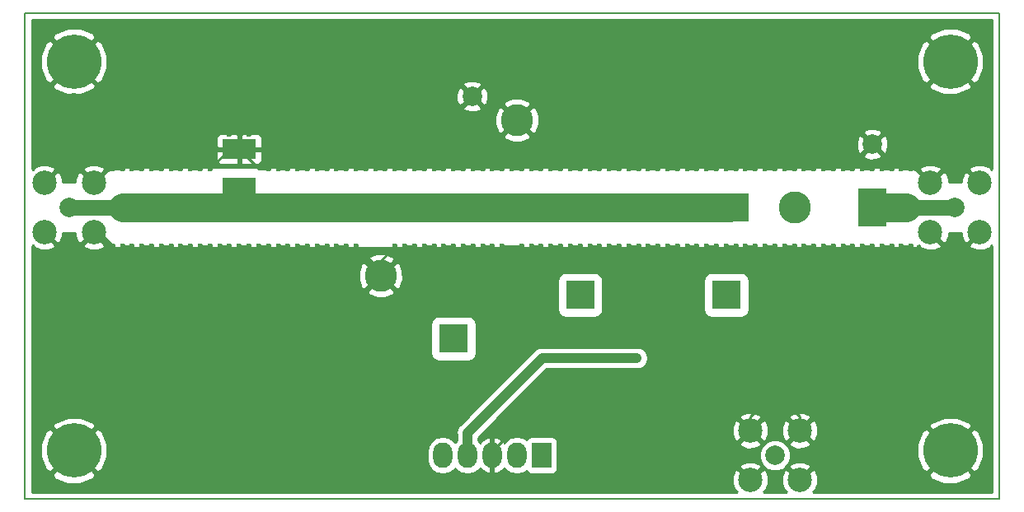
<source format=gtl>
G04 #@! TF.GenerationSoftware,KiCad,Pcbnew,(5.0.2)-1*
G04 #@! TF.CreationDate,2019-03-14T16:57:05+01:00*
G04 #@! TF.ProjectId,Themis,5468656d-6973-42e6-9b69-6361645f7063,rev?*
G04 #@! TF.SameCoordinates,Original*
G04 #@! TF.FileFunction,Copper,L1,Top*
G04 #@! TF.FilePolarity,Positive*
%FSLAX46Y46*%
G04 Gerber Fmt 4.6, Leading zero omitted, Abs format (unit mm)*
G04 Created by KiCad (PCBNEW (5.0.2)-1) date 14/03/2019 16:57:05*
%MOMM*%
%LPD*%
G01*
G04 APERTURE LIST*
G04 #@! TA.AperFunction,NonConductor*
%ADD10C,0.150000*%
G04 #@! TD*
G04 #@! TA.AperFunction,ComponentPad*
%ADD11C,3.300000*%
G04 #@! TD*
G04 #@! TA.AperFunction,SMDPad,CuDef*
%ADD12R,3.000000X3.000000*%
G04 #@! TD*
G04 #@! TA.AperFunction,ComponentPad*
%ADD13C,2.000000*%
G04 #@! TD*
G04 #@! TA.AperFunction,ComponentPad*
%ADD14R,3.000000X3.000000*%
G04 #@! TD*
G04 #@! TA.AperFunction,SMDPad,CuDef*
%ADD15R,4.000000X3.000000*%
G04 #@! TD*
G04 #@! TA.AperFunction,SMDPad,CuDef*
%ADD16R,3.000000X4.000000*%
G04 #@! TD*
G04 #@! TA.AperFunction,ComponentPad*
%ADD17C,1.998980*%
G04 #@! TD*
G04 #@! TA.AperFunction,ComponentPad*
%ADD18C,2.499360*%
G04 #@! TD*
G04 #@! TA.AperFunction,SMDPad,CuDef*
%ADD19R,3.500000X2.000000*%
G04 #@! TD*
G04 #@! TA.AperFunction,ComponentPad*
%ADD20R,2.000000X2.600000*%
G04 #@! TD*
G04 #@! TA.AperFunction,ComponentPad*
%ADD21O,2.000000X2.600000*%
G04 #@! TD*
G04 #@! TA.AperFunction,ComponentPad*
%ADD22C,5.600000*%
G04 #@! TD*
G04 #@! TA.AperFunction,ViaPad*
%ADD23C,0.600000*%
G04 #@! TD*
G04 #@! TA.AperFunction,Conductor*
%ADD24C,0.250000*%
G04 #@! TD*
G04 #@! TA.AperFunction,Conductor*
%ADD25C,1.000000*%
G04 #@! TD*
G04 #@! TA.AperFunction,Conductor*
%ADD26C,1.600000*%
G04 #@! TD*
G04 #@! TA.AperFunction,Conductor*
%ADD27C,3.000000*%
G04 #@! TD*
G04 #@! TA.AperFunction,Conductor*
%ADD28C,0.254000*%
G04 #@! TD*
G04 APERTURE END LIST*
D10*
X90000000Y-135000000D02*
X90000000Y-85000000D01*
X190000000Y-135000000D02*
X90000000Y-135000000D01*
X190000000Y-85000000D02*
X190000000Y-135000000D01*
X90000000Y-85000000D02*
X190000000Y-85000000D01*
D11*
G04 #@! TO.P,J18,1*
G04 #@! TO.N,N/C*
X169000000Y-105000000D03*
G04 #@! TD*
D12*
G04 #@! TO.P,T2,1*
G04 #@! TO.N,Net-(C1-Pad2)*
X121500000Y-105000000D03*
D13*
G04 #@! TO.P,T2,2*
G04 #@! TO.N,GND*
X135905000Y-93570000D03*
D14*
G04 #@! TO.P,T2,4*
G04 #@! TO.N,Net-(D3-Pad2)*
X134000000Y-118500000D03*
G04 #@! TO.P,T2,3*
G04 #@! TO.N,Net-(D1-Pad2)*
X147000000Y-114000000D03*
G04 #@! TD*
D15*
G04 #@! TO.P,T1,1*
G04 #@! TO.N,Net-(C1-Pad2)*
X162380000Y-105000000D03*
D16*
G04 #@! TO.P,T1,2*
G04 #@! TO.N,Net-(J8-Pad1)*
X176985000Y-105000000D03*
D13*
G04 #@! TO.P,T1,4*
G04 #@! TO.N,GND*
X177000000Y-98500000D03*
D14*
G04 #@! TO.P,T1,3*
G04 #@! TO.N,Net-(D1-Pad2)*
X162000000Y-114000000D03*
G04 #@! TD*
D17*
G04 #@! TO.P,J7,1*
G04 #@! TO.N,Net-(C1-Pad2)*
X94500000Y-105000000D03*
D18*
G04 #@! TO.P,J7,2*
G04 #@! TO.N,GND*
X97040000Y-102460000D03*
X97040000Y-107540000D03*
X91960000Y-107540000D03*
X91960000Y-102460000D03*
G04 #@! TD*
D19*
G04 #@! TO.P,C1,1*
G04 #@! TO.N,GND*
X112000000Y-99000000D03*
G04 #@! TO.P,C1,2*
G04 #@! TO.N,Net-(C1-Pad2)*
X112000000Y-103000000D03*
G04 #@! TD*
D20*
G04 #@! TO.P,J5,1*
G04 #@! TO.N,Net-(C2-Pad2)*
X143040000Y-130500000D03*
D21*
G04 #@! TO.P,J5,2*
G04 #@! TO.N,Net-(C5-Pad2)*
X140500000Y-130500000D03*
G04 #@! TO.P,J5,3*
G04 #@! TO.N,GND*
X137960000Y-130500000D03*
G04 #@! TO.P,J5,4*
G04 #@! TO.N,+12V*
X135420000Y-130500000D03*
G04 #@! TO.P,J5,5*
G04 #@! TO.N,N/C*
X132880000Y-130500000D03*
G04 #@! TD*
D22*
G04 #@! TO.P,J10,1*
G04 #@! TO.N,GND*
X95000000Y-130000000D03*
G04 #@! TD*
G04 #@! TO.P,J11,1*
G04 #@! TO.N,GND*
X185000000Y-130000000D03*
G04 #@! TD*
G04 #@! TO.P,J12,1*
G04 #@! TO.N,GND*
X95000000Y-90000000D03*
G04 #@! TD*
G04 #@! TO.P,J13,1*
G04 #@! TO.N,GND*
X185000000Y-90000000D03*
G04 #@! TD*
D11*
G04 #@! TO.P,J18,1*
G04 #@! TO.N,GND*
X140500000Y-96000000D03*
G04 #@! TD*
G04 #@! TO.P,J20,1*
G04 #@! TO.N,GND*
X126500000Y-112000000D03*
G04 #@! TD*
D17*
G04 #@! TO.P,J8,1*
G04 #@! TO.N,Net-(J8-Pad1)*
X185500000Y-105000000D03*
D18*
G04 #@! TO.P,J8,2*
G04 #@! TO.N,GND*
X188040000Y-102460000D03*
X188040000Y-107540000D03*
X182960000Y-107540000D03*
X182960000Y-102460000D03*
G04 #@! TD*
D17*
G04 #@! TO.P,J17,1*
G04 #@! TO.N,Net-(J17-Pad1)*
X167000000Y-130500000D03*
D18*
G04 #@! TO.P,J17,2*
G04 #@! TO.N,GND*
X169540000Y-133040000D03*
X164460000Y-133040000D03*
X164460000Y-127960000D03*
X169540000Y-127960000D03*
G04 #@! TD*
D23*
G04 #@! TO.N,GND*
X176000000Y-91500000D03*
X146000000Y-91500000D03*
X105000000Y-91500000D03*
X111000000Y-91500000D03*
X113000000Y-91500000D03*
X121000000Y-91500000D03*
X127000000Y-91500000D03*
X103000000Y-91500000D03*
X109000000Y-91500000D03*
X129000000Y-91500000D03*
X119000000Y-91500000D03*
X101000000Y-91500000D03*
X131000000Y-91500000D03*
X125000000Y-91500000D03*
X117000000Y-91500000D03*
X99000000Y-91500000D03*
X107000000Y-91500000D03*
X123000000Y-91500000D03*
X115000000Y-91500000D03*
X91000000Y-112000000D03*
X93000000Y-112000000D03*
X95000000Y-112000000D03*
X97000000Y-112000000D03*
X99000000Y-112000000D03*
X101000000Y-112000000D03*
X103000000Y-112000000D03*
X105000000Y-112000000D03*
X107000000Y-112000000D03*
X109000000Y-112000000D03*
X111000000Y-112000000D03*
X113000000Y-112000000D03*
X115000000Y-112000000D03*
X117000000Y-112000000D03*
X119000000Y-112000000D03*
X121000000Y-112000000D03*
X123000000Y-112000000D03*
X91000000Y-114000000D03*
X93000000Y-114000000D03*
X95000000Y-114000000D03*
X97000000Y-114000000D03*
X99000000Y-114000000D03*
X101000000Y-114000000D03*
X103000000Y-114000000D03*
X105000000Y-114000000D03*
X107000000Y-114000000D03*
X109000000Y-114000000D03*
X111000000Y-114000000D03*
X113000000Y-114000000D03*
X115000000Y-114000000D03*
X117000000Y-114000000D03*
X119000000Y-114000000D03*
X121000000Y-114000000D03*
X123000000Y-114000000D03*
X91000000Y-116000000D03*
X93000000Y-116000000D03*
X95000000Y-116000000D03*
X97000000Y-116000000D03*
X99000000Y-116000000D03*
X101000000Y-116000000D03*
X103000000Y-116000000D03*
X105000000Y-116000000D03*
X107000000Y-116000000D03*
X109000000Y-116000000D03*
X111000000Y-116000000D03*
X113000000Y-116000000D03*
X115000000Y-116000000D03*
X117000000Y-116000000D03*
X119000000Y-116000000D03*
X121000000Y-116000000D03*
X123000000Y-116000000D03*
X91000000Y-118000000D03*
X93000000Y-118000000D03*
X95000000Y-118000000D03*
X97000000Y-118000000D03*
X99000000Y-118000000D03*
X101000000Y-118000000D03*
X103000000Y-118000000D03*
X105000000Y-118000000D03*
X107000000Y-118000000D03*
X109000000Y-118000000D03*
X111000000Y-118000000D03*
X113000000Y-118000000D03*
X115000000Y-118000000D03*
X117000000Y-118000000D03*
X119000000Y-118000000D03*
X121000000Y-118000000D03*
X123000000Y-118000000D03*
X91000000Y-120000000D03*
X93000000Y-120000000D03*
X95000000Y-120000000D03*
X97000000Y-120000000D03*
X99000000Y-120000000D03*
X101000000Y-120000000D03*
X103000000Y-120000000D03*
X105000000Y-120000000D03*
X107000000Y-120000000D03*
X109000000Y-120000000D03*
X111000000Y-120000000D03*
X113000000Y-120000000D03*
X115000000Y-120000000D03*
X117000000Y-120000000D03*
X119000000Y-120000000D03*
X121000000Y-120000000D03*
X123000000Y-120000000D03*
X91000000Y-122000000D03*
X93000000Y-122000000D03*
X95000000Y-122000000D03*
X97000000Y-122000000D03*
X99000000Y-122000000D03*
X101000000Y-122000000D03*
X103000000Y-122000000D03*
X105000000Y-122000000D03*
X107000000Y-122000000D03*
X109000000Y-122000000D03*
X111000000Y-122000000D03*
X113000000Y-122000000D03*
X115000000Y-122000000D03*
X117000000Y-122000000D03*
X119000000Y-122000000D03*
X121000000Y-122000000D03*
X123000000Y-122000000D03*
X91000000Y-124000000D03*
X93000000Y-124000000D03*
X95000000Y-124000000D03*
X97000000Y-124000000D03*
X99000000Y-124000000D03*
X101000000Y-124000000D03*
X103000000Y-124000000D03*
X105000000Y-124000000D03*
X107000000Y-124000000D03*
X109000000Y-124000000D03*
X111000000Y-124000000D03*
X113000000Y-124000000D03*
X115000000Y-124000000D03*
X117000000Y-124000000D03*
X119000000Y-124000000D03*
X121000000Y-124000000D03*
X123000000Y-124000000D03*
X91000000Y-126000000D03*
X93000000Y-126000000D03*
X95000000Y-126000000D03*
X97000000Y-126000000D03*
X99000000Y-126000000D03*
X101000000Y-126000000D03*
X103000000Y-126000000D03*
X105000000Y-126000000D03*
X107000000Y-126000000D03*
X109000000Y-126000000D03*
X111000000Y-126000000D03*
X113000000Y-126000000D03*
X115000000Y-126000000D03*
X117000000Y-126000000D03*
X119000000Y-126000000D03*
X121000000Y-126000000D03*
X123000000Y-126000000D03*
X99000000Y-128000000D03*
X121000000Y-128000000D03*
X111000000Y-128000000D03*
X115000000Y-128000000D03*
X119000000Y-128000000D03*
X101000000Y-128000000D03*
X123000000Y-128000000D03*
X107000000Y-128000000D03*
X103000000Y-128000000D03*
X117000000Y-128000000D03*
X113000000Y-128000000D03*
X105000000Y-128000000D03*
X109000000Y-128000000D03*
X91000000Y-93500000D03*
X154000000Y-116500000D03*
X155000000Y-116500000D03*
X156000000Y-116500000D03*
X157000000Y-116500000D03*
X99000000Y-109000000D03*
X100000000Y-109000000D03*
X101000000Y-109000000D03*
X102000000Y-109000000D03*
X103000000Y-109000000D03*
X104000000Y-109000000D03*
X105000000Y-109000000D03*
X106000000Y-109000000D03*
X107000000Y-109000000D03*
X108000000Y-109000000D03*
X109000000Y-109000000D03*
X110000000Y-109000000D03*
X111000000Y-109000000D03*
X112000000Y-109000000D03*
X113000000Y-109000000D03*
X114000000Y-109000000D03*
X115000000Y-109000000D03*
X116000000Y-109000000D03*
X117000000Y-109000000D03*
X118000000Y-109000000D03*
X119000000Y-109000000D03*
X120000000Y-109000000D03*
X121000000Y-109000000D03*
X122000000Y-109000000D03*
X123000000Y-109000000D03*
X124000000Y-109000000D03*
X136000000Y-109000000D03*
X141000000Y-109000000D03*
X142000000Y-109000000D03*
X143000000Y-109000000D03*
X144000000Y-109000000D03*
X145000000Y-109000000D03*
X146000000Y-109000000D03*
X147000000Y-109000000D03*
X148000000Y-109000000D03*
X149000000Y-109000000D03*
X150000000Y-109000000D03*
X151000000Y-109000000D03*
X152000000Y-109000000D03*
X153000000Y-109000000D03*
X154000000Y-109000000D03*
X155000000Y-109000000D03*
X156000000Y-109000000D03*
X157000000Y-109000000D03*
X158000000Y-109000000D03*
X159000000Y-109000000D03*
X160000000Y-109000000D03*
X161000000Y-109000000D03*
X162000000Y-109000000D03*
X163000000Y-109000000D03*
X164000000Y-109000000D03*
X165000000Y-109000000D03*
X166000000Y-109000000D03*
X167000000Y-109000000D03*
X168000000Y-109000000D03*
X169000000Y-109000000D03*
X170000000Y-109000000D03*
X171000000Y-109000000D03*
X172000000Y-109000000D03*
X173000000Y-109000000D03*
X174000000Y-109000000D03*
X175000000Y-109000000D03*
X176000000Y-109000000D03*
X177000000Y-109000000D03*
X178000000Y-109000000D03*
X179000000Y-109000000D03*
X180000000Y-109000000D03*
X181000000Y-109000000D03*
X136999996Y-109000000D03*
X138000010Y-109000000D03*
X139000006Y-109000000D03*
X128000000Y-109000000D03*
X129000000Y-109000000D03*
X130000000Y-109000000D03*
X131000000Y-109000000D03*
X132000000Y-109000000D03*
X133000000Y-109000000D03*
X134000000Y-109000000D03*
X135000000Y-109000000D03*
X99000000Y-101000000D03*
X100000000Y-101000000D03*
X101000000Y-101000000D03*
X102000000Y-101000000D03*
X103000000Y-101000000D03*
X104000000Y-101000000D03*
X105000000Y-101000000D03*
X106000000Y-101000000D03*
X107000000Y-101000000D03*
X108000000Y-101000000D03*
X109000000Y-101000000D03*
X115000000Y-101000000D03*
X116000000Y-101000000D03*
X117000000Y-101000000D03*
X118000000Y-101000000D03*
X119000000Y-101000000D03*
X120000000Y-101000000D03*
X121000000Y-101000000D03*
X122000000Y-101000000D03*
X123000000Y-101000000D03*
X124000000Y-101000000D03*
X125000000Y-101000000D03*
X126000000Y-101000000D03*
X127000000Y-101000000D03*
X128000000Y-101000000D03*
X129000000Y-101000000D03*
X130000000Y-101000000D03*
X131000000Y-101000000D03*
X132000000Y-101000000D03*
X133000000Y-101000000D03*
X134000000Y-101000000D03*
X135000000Y-101000000D03*
X136000000Y-101000000D03*
X137000000Y-101000000D03*
X138000000Y-101000000D03*
X139000000Y-101000000D03*
X140000000Y-101000000D03*
X141000000Y-101000000D03*
X142000000Y-101000000D03*
X143000000Y-101000000D03*
X144000000Y-101000000D03*
X145000000Y-101000000D03*
X146000000Y-101000000D03*
X147000000Y-101000000D03*
X148000000Y-101000000D03*
X149000000Y-101000000D03*
X150000000Y-101000000D03*
X151000000Y-101000000D03*
X152000000Y-101000000D03*
X153000000Y-101000000D03*
X154000000Y-101000000D03*
X155000000Y-101000000D03*
X156000000Y-101000000D03*
X157000000Y-101000000D03*
X158000000Y-101000000D03*
X159000000Y-101000000D03*
X160000000Y-101000000D03*
X161000000Y-101000000D03*
X162000000Y-101000000D03*
X163000000Y-101000000D03*
X164000000Y-101000000D03*
X165000000Y-101000000D03*
X166000000Y-101000000D03*
X167000000Y-101000000D03*
X168000000Y-101000000D03*
X169000000Y-101000000D03*
X170000000Y-101000000D03*
X171000000Y-101000000D03*
X172000000Y-101000000D03*
X173000000Y-101000000D03*
X174000000Y-101000000D03*
X175000000Y-101000000D03*
X176000000Y-101000000D03*
X177000000Y-101000000D03*
X178000000Y-101000000D03*
X179000000Y-101000000D03*
X180000000Y-101000000D03*
X181000000Y-101000000D03*
X148000000Y-117000000D03*
X147000000Y-117000000D03*
X146000000Y-117000000D03*
X145000000Y-117000000D03*
X144000000Y-112000000D03*
X144000000Y-113000000D03*
X144000000Y-114000000D03*
X144000000Y-115000000D03*
X144000000Y-116000000D03*
X144000000Y-117000000D03*
X142000000Y-117000000D03*
X143000000Y-117000000D03*
X165000000Y-117000000D03*
X165000000Y-118000000D03*
X165000000Y-119000000D03*
X165000000Y-120000000D03*
X165000000Y-121000000D03*
X165000000Y-122000000D03*
X165000000Y-123000000D03*
X165000000Y-124000000D03*
X165000000Y-125000000D03*
X165000000Y-126000000D03*
X169000000Y-126000000D03*
X169000000Y-125000000D03*
X169000000Y-124000000D03*
X170000000Y-124000000D03*
X171000000Y-124000000D03*
X172000000Y-124000000D03*
X173000000Y-124000000D03*
X174000000Y-124000000D03*
X174000000Y-123000000D03*
X174000000Y-122000000D03*
X174000000Y-121000000D03*
X169000000Y-120000000D03*
X170000000Y-120000000D03*
X171000000Y-120000000D03*
X143000000Y-111000000D03*
X144000000Y-111000000D03*
X145000000Y-111000000D03*
X146000000Y-111000000D03*
X147000000Y-111000000D03*
X148000000Y-111000000D03*
X149000000Y-111000000D03*
X150000000Y-111000000D03*
X151000000Y-111000000D03*
X152000000Y-111000000D03*
X153000000Y-111000000D03*
X154000000Y-111000000D03*
X155000000Y-111000000D03*
X156000000Y-111000000D03*
X157000000Y-111000000D03*
X158000000Y-111000000D03*
X159000000Y-111000000D03*
X160000000Y-111000000D03*
X161000000Y-111000000D03*
X162000000Y-111000000D03*
X163000000Y-111000000D03*
X164000000Y-111000000D03*
X165000000Y-112000000D03*
X166500000Y-113000000D03*
X168000000Y-114000000D03*
X169000000Y-115000000D03*
X169000000Y-116000000D03*
X170000000Y-116000000D03*
X172000000Y-116000000D03*
X173000000Y-116000000D03*
X174000000Y-116000000D03*
X174000000Y-117000000D03*
X174000000Y-118000000D03*
X174000000Y-119000000D03*
X174000000Y-120000000D03*
X173000000Y-120000000D03*
X172000000Y-120000000D03*
X127000000Y-116000000D03*
X127000000Y-117000000D03*
X127000000Y-118000000D03*
X127000000Y-119000000D03*
X127000000Y-120000000D03*
X127000000Y-121000000D03*
X127000000Y-122000000D03*
X128000000Y-122000000D03*
X129000000Y-122000000D03*
X130000000Y-122000000D03*
X131000000Y-122000000D03*
X132000000Y-122000000D03*
X133000000Y-122000000D03*
X134000000Y-122000000D03*
X135000000Y-122000000D03*
X136000000Y-122000000D03*
X137000000Y-122000000D03*
X138000000Y-122000000D03*
X139000000Y-122000000D03*
X142000000Y-126000000D03*
X143000000Y-126000000D03*
X144000000Y-126000000D03*
X145000000Y-126000000D03*
X146000000Y-126000000D03*
X100000000Y-87500000D03*
X102000000Y-87500000D03*
X104000000Y-87500000D03*
X106000000Y-87500000D03*
X108000000Y-87500000D03*
X110000000Y-87500000D03*
X112000000Y-87500000D03*
X114000000Y-87500000D03*
X116000000Y-87500000D03*
X118000000Y-87500000D03*
X120000000Y-87500000D03*
X122000000Y-87500000D03*
X124000000Y-87500000D03*
X126000000Y-87500000D03*
X128000000Y-87500000D03*
X130000000Y-87500000D03*
X132000000Y-87500000D03*
X134000000Y-87500000D03*
X136000000Y-87500000D03*
X138000000Y-87500000D03*
X140000000Y-87500000D03*
X142000000Y-87500000D03*
X144000000Y-87500000D03*
X146000000Y-87500000D03*
X148000000Y-87500000D03*
X150000000Y-87500000D03*
X152000000Y-87500000D03*
X154000000Y-87500000D03*
X156000000Y-87500000D03*
X158000000Y-87500000D03*
X160000000Y-87500000D03*
X162000000Y-87500000D03*
X164000000Y-87500000D03*
X166000000Y-87500000D03*
X168000000Y-87500000D03*
X170000000Y-87500000D03*
X172000000Y-87500000D03*
X174000000Y-87500000D03*
X176000000Y-87500000D03*
X178000000Y-87500000D03*
X100000000Y-89500000D03*
X102000000Y-89500000D03*
X104000000Y-89500000D03*
X106000000Y-89500000D03*
X108000000Y-89500000D03*
X110000000Y-89500000D03*
X112000000Y-89500000D03*
X114000000Y-89500000D03*
X116000000Y-89500000D03*
X118000000Y-89500000D03*
X120000000Y-89500000D03*
X122000000Y-89500000D03*
X124000000Y-89500000D03*
X126000000Y-89500000D03*
X128000000Y-89500000D03*
X130000000Y-89500000D03*
X132000000Y-89500000D03*
X134000000Y-89500000D03*
X136000000Y-89500000D03*
X138000000Y-89500000D03*
X140000000Y-89500000D03*
X142000000Y-89500000D03*
X144000000Y-89500000D03*
X146000000Y-89500000D03*
X148000000Y-89500000D03*
X150000000Y-89500000D03*
X152000000Y-89500000D03*
X154000000Y-89500000D03*
X156000000Y-89500000D03*
X158000000Y-89500000D03*
X160000000Y-89500000D03*
X162000000Y-89500000D03*
X164000000Y-89500000D03*
X166000000Y-89500000D03*
X168000000Y-89500000D03*
X170000000Y-89500000D03*
X172000000Y-89500000D03*
X174000000Y-89500000D03*
X176000000Y-89500000D03*
X178000000Y-89500000D03*
X100000000Y-130000000D03*
X102000000Y-130000000D03*
X104000000Y-130000000D03*
X106000000Y-130000000D03*
X108000000Y-130000000D03*
X110000000Y-130000000D03*
X112000000Y-130000000D03*
X114000000Y-130000000D03*
X116000000Y-130000000D03*
X118000000Y-130000000D03*
X120000000Y-130000000D03*
X122000000Y-130000000D03*
X124000000Y-130000000D03*
X126000000Y-130000000D03*
X128000000Y-130000000D03*
X130000000Y-130000000D03*
X100000000Y-132000000D03*
X102000000Y-132000000D03*
X104000000Y-132000000D03*
X106000000Y-132000000D03*
X108000000Y-132000000D03*
X110000000Y-132000000D03*
X112000000Y-132000000D03*
X114000000Y-132000000D03*
X116000000Y-132000000D03*
X118000000Y-132000000D03*
X120000000Y-132000000D03*
X122000000Y-132000000D03*
X124000000Y-132000000D03*
X126000000Y-132000000D03*
X128000000Y-132000000D03*
X130000000Y-132000000D03*
X93000000Y-93500000D03*
X95000000Y-93500000D03*
X97000000Y-93500000D03*
X99000000Y-93500000D03*
X101000000Y-93500000D03*
X103000000Y-93500000D03*
X105000000Y-93500000D03*
X107000000Y-93500000D03*
X109000000Y-93500000D03*
X111000000Y-93500000D03*
X113000000Y-93500000D03*
X115000000Y-93500000D03*
X117000000Y-93500000D03*
X119000000Y-93500000D03*
X121000000Y-93500000D03*
X123000000Y-93500000D03*
X125000000Y-93500000D03*
X127000000Y-93500000D03*
X129000000Y-93500000D03*
X131000000Y-93500000D03*
X91000000Y-95500000D03*
X93000000Y-95500000D03*
X95000000Y-95500000D03*
X97000000Y-95500000D03*
X99000000Y-95500000D03*
X101000000Y-95500000D03*
X103000000Y-95500000D03*
X105000000Y-95500000D03*
X107000000Y-95500000D03*
X109000000Y-95500000D03*
X111000000Y-95500000D03*
X113000000Y-95500000D03*
X115000000Y-95500000D03*
X117000000Y-95500000D03*
X119000000Y-95500000D03*
X121000000Y-95500000D03*
X123000000Y-95500000D03*
X125000000Y-95500000D03*
X127000000Y-95500000D03*
X129000000Y-95500000D03*
X131000000Y-95500000D03*
X91000000Y-97500000D03*
X93000000Y-97500000D03*
X95000000Y-97500000D03*
X97000000Y-97500000D03*
X99000000Y-97500000D03*
X101000000Y-97500000D03*
X103000000Y-97500000D03*
X105000000Y-97500000D03*
X107000000Y-97500000D03*
X109000000Y-97500000D03*
X111000000Y-97500000D03*
X113000000Y-97500000D03*
X115000000Y-97500000D03*
X117000000Y-97500000D03*
X119000000Y-97500000D03*
X121000000Y-97500000D03*
X123000000Y-97500000D03*
X125000000Y-97500000D03*
X127000000Y-97500000D03*
X129000000Y-97500000D03*
X131000000Y-97500000D03*
X91000000Y-99500000D03*
X93000000Y-99500000D03*
X95000000Y-99500000D03*
X97000000Y-99500000D03*
X99000000Y-99500000D03*
X101000000Y-99500000D03*
X103000000Y-99500000D03*
X105000000Y-99500000D03*
X107000000Y-99500000D03*
X109000000Y-99500000D03*
X111000000Y-99500000D03*
X113000000Y-99500000D03*
X115000000Y-99500000D03*
X117000000Y-99500000D03*
X119000000Y-99500000D03*
X121000000Y-99500000D03*
X123000000Y-99500000D03*
X125000000Y-99500000D03*
X127000000Y-99500000D03*
X129000000Y-99500000D03*
X131000000Y-99500000D03*
X148000000Y-91500000D03*
X150000000Y-91500000D03*
X152000000Y-91500000D03*
X154000000Y-91500000D03*
X156000000Y-91500000D03*
X158000000Y-91500000D03*
X160000000Y-91500000D03*
X162000000Y-91500000D03*
X164000000Y-91500000D03*
X166000000Y-91500000D03*
X168000000Y-91500000D03*
X170000000Y-91500000D03*
X172000000Y-91500000D03*
X174000000Y-91500000D03*
X146000000Y-93500000D03*
X148000000Y-93500000D03*
X150000000Y-93500000D03*
X152000000Y-93500000D03*
X154000000Y-93500000D03*
X156000000Y-93500000D03*
X158000000Y-93500000D03*
X160000000Y-93500000D03*
X162000000Y-93500000D03*
X164000000Y-93500000D03*
X166000000Y-93500000D03*
X168000000Y-93500000D03*
X170000000Y-93500000D03*
X172000000Y-93500000D03*
X174000000Y-93500000D03*
X146000000Y-95500000D03*
X148000000Y-95500000D03*
X150000000Y-95500000D03*
X152000000Y-95500000D03*
X154000000Y-95500000D03*
X156000000Y-95500000D03*
X158000000Y-95500000D03*
X160000000Y-95500000D03*
X162000000Y-95500000D03*
X164000000Y-95500000D03*
X166000000Y-95500000D03*
X168000000Y-95500000D03*
X170000000Y-95500000D03*
X172000000Y-95500000D03*
X174000000Y-95500000D03*
X146000000Y-97500000D03*
X148000000Y-97500000D03*
X150000000Y-97500000D03*
X152000000Y-97500000D03*
X154000000Y-97500000D03*
X156000000Y-97500000D03*
X158000000Y-97500000D03*
X160000000Y-97500000D03*
X162000000Y-97500000D03*
X164000000Y-97500000D03*
X166000000Y-97500000D03*
X168000000Y-97500000D03*
X170000000Y-97500000D03*
X172000000Y-97500000D03*
X174000000Y-97500000D03*
X146000000Y-99500000D03*
X148000000Y-99500000D03*
X150000000Y-99500000D03*
X152000000Y-99500000D03*
X154000000Y-99500000D03*
X156000000Y-99500000D03*
X158000000Y-99500000D03*
X160000000Y-99500000D03*
X162000000Y-99500000D03*
X164000000Y-99500000D03*
X166000000Y-99500000D03*
X168000000Y-99500000D03*
X170000000Y-99500000D03*
X172000000Y-99500000D03*
X174000000Y-99500000D03*
X176000000Y-110500000D03*
X178000000Y-110500000D03*
X180000000Y-110500000D03*
X182000000Y-110500000D03*
X184000000Y-110500000D03*
X186000000Y-110500000D03*
X188000000Y-110500000D03*
X176000000Y-112500000D03*
X178000000Y-112500000D03*
X180000000Y-112500000D03*
X182000000Y-112500000D03*
X184000000Y-112500000D03*
X186000000Y-112500000D03*
X188000000Y-112500000D03*
X176000000Y-114500000D03*
X178000000Y-114500000D03*
X180000000Y-114500000D03*
X182000000Y-114500000D03*
X184000000Y-114500000D03*
X186000000Y-114500000D03*
X188000000Y-114500000D03*
X176000000Y-116500000D03*
X178000000Y-116500000D03*
X180000000Y-116500000D03*
X182000000Y-116500000D03*
X184000000Y-116500000D03*
X186000000Y-116500000D03*
X188000000Y-116500000D03*
X176000000Y-118500000D03*
X178000000Y-118500000D03*
X180000000Y-118500000D03*
X182000000Y-118500000D03*
X184000000Y-118500000D03*
X186000000Y-118500000D03*
X188000000Y-118500000D03*
X176000000Y-120500000D03*
X178000000Y-120500000D03*
X180000000Y-120500000D03*
X182000000Y-120500000D03*
X184000000Y-120500000D03*
X186000000Y-120500000D03*
X188000000Y-120500000D03*
X176000000Y-122500000D03*
X178000000Y-122500000D03*
X180000000Y-122500000D03*
X182000000Y-122500000D03*
X184000000Y-122500000D03*
X186000000Y-122500000D03*
X188000000Y-122500000D03*
X176000000Y-124500000D03*
X178000000Y-124500000D03*
X180000000Y-124500000D03*
X182000000Y-124500000D03*
X184000000Y-124500000D03*
X186000000Y-124500000D03*
X188000000Y-124500000D03*
X176000000Y-126500000D03*
X178000000Y-126500000D03*
X180000000Y-126500000D03*
X182000000Y-126500000D03*
X184000000Y-126500000D03*
X186000000Y-126500000D03*
X188000000Y-126500000D03*
X172000000Y-126500000D03*
X174000000Y-126500000D03*
X172000000Y-129500000D03*
X174000000Y-129500000D03*
X176000000Y-129500000D03*
X178000000Y-129500000D03*
X180000000Y-129500000D03*
X172000000Y-131500000D03*
X174000000Y-131500000D03*
X176000000Y-131500000D03*
X178000000Y-131500000D03*
X180000000Y-131500000D03*
X172000000Y-133500000D03*
X174000000Y-133500000D03*
X176000000Y-133500000D03*
X178000000Y-133500000D03*
X180000000Y-133500000D03*
X182000000Y-133500000D03*
X125000000Y-122000000D03*
X125000000Y-120000000D03*
X125000000Y-124000000D03*
X125000000Y-118000000D03*
X125000000Y-126000000D03*
X125000000Y-128000000D03*
X127000000Y-124000000D03*
X129000000Y-124000000D03*
X131000000Y-124000000D03*
X133000000Y-124000000D03*
X135000000Y-124000000D03*
X137000000Y-124000000D03*
X127000000Y-126000000D03*
X129000000Y-126000000D03*
X129000000Y-128000000D03*
X127000000Y-128000000D03*
X131000000Y-126000000D03*
X133000000Y-126000000D03*
X135000000Y-126000000D03*
X131000000Y-128000000D03*
X146000000Y-132000000D03*
X147500000Y-132000000D03*
X149000000Y-132000000D03*
X150500000Y-132000000D03*
X152000000Y-132000000D03*
X153500000Y-132000000D03*
X157500000Y-132000000D03*
X178000000Y-91500000D03*
X180000000Y-91500000D03*
X176000000Y-93500000D03*
X178000000Y-93500000D03*
X180000000Y-93500000D03*
X182000000Y-93500000D03*
X184000000Y-93500000D03*
X176000000Y-95500000D03*
X178000000Y-95500000D03*
X180000000Y-95500000D03*
X182000000Y-95500000D03*
X184000000Y-95500000D03*
X180000000Y-97500000D03*
X182000000Y-97500000D03*
X184000000Y-97500000D03*
X186000000Y-97500000D03*
X188000000Y-97500000D03*
X180000000Y-99500000D03*
X182000000Y-99500000D03*
X184000000Y-99500000D03*
X186000000Y-99500000D03*
X188000000Y-99500000D03*
X180000000Y-87500000D03*
X186000000Y-93500000D03*
X188000000Y-93500000D03*
X180000000Y-89500000D03*
X186000000Y-95500000D03*
X188000000Y-95500000D03*
G04 #@! TO.N,+12V*
X152800000Y-120500000D03*
X151100000Y-120500000D03*
X152000000Y-120500000D03*
G04 #@! TD*
D24*
G04 #@! TO.N,GND*
X155000000Y-116500000D02*
X154000000Y-116500000D01*
X157000000Y-116500000D02*
X156000000Y-116500000D01*
X126500000Y-112000000D02*
X126500000Y-111500000D01*
X126500000Y-111500000D02*
X124000000Y-109000000D01*
X99000000Y-109000000D02*
X97540000Y-107540000D01*
X101000000Y-109000000D02*
X100000000Y-109000000D01*
X103000000Y-109000000D02*
X102000000Y-109000000D01*
X105000000Y-109000000D02*
X104000000Y-109000000D01*
X107000000Y-109000000D02*
X106000000Y-109000000D01*
X109000000Y-109000000D02*
X108000000Y-109000000D01*
X111000000Y-109000000D02*
X110000000Y-109000000D01*
X113000000Y-109000000D02*
X112000000Y-109000000D01*
X115000000Y-109000000D02*
X114000000Y-109000000D01*
X117000000Y-109000000D02*
X116000000Y-109000000D01*
X119000000Y-109000000D02*
X118000000Y-109000000D01*
X121000000Y-109000000D02*
X120000000Y-109000000D01*
X123000000Y-109000000D02*
X122000000Y-109000000D01*
X97540000Y-107540000D02*
X97040000Y-107540000D01*
X136000000Y-109000000D02*
X135000000Y-109000000D01*
X143000000Y-109000000D02*
X142000000Y-109000000D01*
X145000000Y-109000000D02*
X144000000Y-109000000D01*
X147000000Y-109000000D02*
X146000000Y-109000000D01*
X149000000Y-109000000D02*
X148000000Y-109000000D01*
X151000000Y-109000000D02*
X150000000Y-109000000D01*
X153000000Y-109000000D02*
X152000000Y-109000000D01*
X155000000Y-109000000D02*
X154000000Y-109000000D01*
X157000000Y-109000000D02*
X156000000Y-109000000D01*
X159000000Y-109000000D02*
X158000000Y-109000000D01*
X161000000Y-109000000D02*
X160000000Y-109000000D01*
X163000000Y-109000000D02*
X162000000Y-109000000D01*
X165000000Y-109000000D02*
X164000000Y-109000000D01*
X167000000Y-109000000D02*
X166000000Y-109000000D01*
X169000000Y-109000000D02*
X168000000Y-109000000D01*
X171000000Y-109000000D02*
X170000000Y-109000000D01*
X173000000Y-109000000D02*
X172000000Y-109000000D01*
X175000000Y-109000000D02*
X174000000Y-109000000D01*
X177000000Y-109000000D02*
X176000000Y-109000000D01*
X179000000Y-109000000D02*
X178000000Y-109000000D01*
X181000000Y-109000000D02*
X180000000Y-109000000D01*
X136999996Y-109000000D02*
X138000010Y-109000000D01*
X141000000Y-109000000D02*
X139000006Y-109000000D01*
X128000000Y-109000000D02*
X126500000Y-110500000D01*
X130000000Y-109000000D02*
X129000000Y-109000000D01*
X132000000Y-109000000D02*
X131000000Y-109000000D01*
X134000000Y-109000000D02*
X133000000Y-109000000D01*
X126500000Y-110500000D02*
X126500000Y-112000000D01*
X112000000Y-99000000D02*
X111000000Y-99000000D01*
X111000000Y-99000000D02*
X109000000Y-101000000D01*
X100000000Y-101000000D02*
X99000000Y-101000000D01*
X102000000Y-101000000D02*
X101000000Y-101000000D01*
X104000000Y-101000000D02*
X103000000Y-101000000D01*
X106000000Y-101000000D02*
X105000000Y-101000000D01*
X108000000Y-101000000D02*
X107000000Y-101000000D01*
X115000000Y-101000000D02*
X114000000Y-101000000D01*
X117000000Y-101000000D02*
X116000000Y-101000000D01*
X119000000Y-101000000D02*
X118000000Y-101000000D01*
X121000000Y-101000000D02*
X120000000Y-101000000D01*
X123000000Y-101000000D02*
X122000000Y-101000000D01*
X125000000Y-101000000D02*
X124000000Y-101000000D01*
X127000000Y-101000000D02*
X126000000Y-101000000D01*
X129000000Y-101000000D02*
X128000000Y-101000000D01*
X131000000Y-101000000D02*
X130000000Y-101000000D01*
X133000000Y-101000000D02*
X132000000Y-101000000D01*
X135000000Y-101000000D02*
X134000000Y-101000000D01*
X137000000Y-101000000D02*
X136000000Y-101000000D01*
X139000000Y-101000000D02*
X138000000Y-101000000D01*
X141000000Y-101000000D02*
X140000000Y-101000000D01*
X143000000Y-101000000D02*
X142000000Y-101000000D01*
X145000000Y-101000000D02*
X144000000Y-101000000D01*
X147000000Y-101000000D02*
X146000000Y-101000000D01*
X149000000Y-101000000D02*
X148000000Y-101000000D01*
X151000000Y-101000000D02*
X150000000Y-101000000D01*
X153000000Y-101000000D02*
X152000000Y-101000000D01*
X155000000Y-101000000D02*
X154000000Y-101000000D01*
X157000000Y-101000000D02*
X156000000Y-101000000D01*
X159000000Y-101000000D02*
X158000000Y-101000000D01*
X161000000Y-101000000D02*
X160000000Y-101000000D01*
X163000000Y-101000000D02*
X162000000Y-101000000D01*
X165000000Y-101000000D02*
X164000000Y-101000000D01*
X167000000Y-101000000D02*
X166000000Y-101000000D01*
X169000000Y-101000000D02*
X168000000Y-101000000D01*
X171000000Y-101000000D02*
X170000000Y-101000000D01*
X173000000Y-101000000D02*
X172000000Y-101000000D01*
X175000000Y-101000000D02*
X174000000Y-101000000D01*
X177000000Y-101000000D02*
X176000000Y-101000000D01*
X179000000Y-101000000D02*
X178000000Y-101000000D01*
X181000000Y-101000000D02*
X180000000Y-101000000D01*
X114000000Y-101000000D02*
X112000000Y-99000000D01*
X144000000Y-117000000D02*
X145000000Y-117000000D01*
X146000000Y-117000000D02*
X147000000Y-117000000D01*
X144000000Y-117000000D02*
X143000000Y-117000000D01*
X144000000Y-113000000D02*
X144000000Y-114000000D01*
X144000000Y-115000000D02*
X144000000Y-116000000D01*
X144000000Y-111000000D02*
X144000000Y-112000000D01*
X164460000Y-127960000D02*
X164460000Y-126540000D01*
X165000000Y-119000000D02*
X165000000Y-118000000D01*
X165000000Y-121000000D02*
X165000000Y-120000000D01*
X165000000Y-123000000D02*
X165000000Y-122000000D01*
X165000000Y-125000000D02*
X165000000Y-124000000D01*
X164460000Y-126540000D02*
X165000000Y-126000000D01*
X169540000Y-126540000D02*
X169540000Y-127960000D01*
X169000000Y-126000000D02*
X169540000Y-126540000D01*
X169000000Y-124000000D02*
X169000000Y-125000000D01*
X171000000Y-124000000D02*
X170000000Y-124000000D01*
X173000000Y-124000000D02*
X172000000Y-124000000D01*
X174000000Y-123000000D02*
X174000000Y-124000000D01*
X174000000Y-121000000D02*
X174000000Y-122000000D01*
X172000000Y-120000000D02*
X171000000Y-120000000D01*
X170000000Y-120000000D02*
X169000000Y-120000000D01*
X143000000Y-111000000D02*
X144000000Y-111000000D01*
X145000000Y-111000000D02*
X146000000Y-111000000D01*
X147000000Y-111000000D02*
X148000000Y-111000000D01*
X149000000Y-111000000D02*
X150000000Y-111000000D01*
X151000000Y-111000000D02*
X152000000Y-111000000D01*
X153000000Y-111000000D02*
X154000000Y-111000000D01*
X155000000Y-111000000D02*
X156000000Y-111000000D01*
X157000000Y-111000000D02*
X158000000Y-111000000D01*
X159000000Y-111000000D02*
X160000000Y-111000000D01*
X161000000Y-111000000D02*
X162000000Y-111000000D01*
X163000000Y-111000000D02*
X164000000Y-111000000D01*
X165000000Y-112000000D02*
X166000000Y-113000000D01*
X166000000Y-113000000D02*
X166500000Y-113000000D01*
X168000000Y-114000000D02*
X169000000Y-115000000D01*
X169000000Y-116000000D02*
X170000000Y-116000000D01*
X172000000Y-116000000D02*
X173000000Y-116000000D01*
X174000000Y-116000000D02*
X174000000Y-117000000D01*
X174000000Y-118000000D02*
X174000000Y-119000000D01*
X174000000Y-120000000D02*
X173000000Y-120000000D01*
X172000000Y-120000000D02*
X172350000Y-119650000D01*
X172350000Y-119650000D02*
X172350000Y-118000000D01*
X127000000Y-118000000D02*
X127000000Y-117000000D01*
X127000000Y-120000000D02*
X127000000Y-119000000D01*
X127000000Y-122000000D02*
X127000000Y-121000000D01*
X129000000Y-122000000D02*
X128000000Y-122000000D01*
X131000000Y-122000000D02*
X130000000Y-122000000D01*
X133000000Y-122000000D02*
X132000000Y-122000000D01*
X135000000Y-122000000D02*
X134000000Y-122000000D01*
X137000000Y-122000000D02*
X136000000Y-122000000D01*
X139000000Y-122000000D02*
X138000000Y-122000000D01*
X137960000Y-130500000D02*
X137960000Y-130040000D01*
X137960000Y-130040000D02*
X142000000Y-126000000D01*
X143000000Y-126000000D02*
X144000000Y-126000000D01*
X145000000Y-126000000D02*
X146000000Y-126000000D01*
D25*
G04 #@! TO.N,Net-(C1-Pad2)*
X121500000Y-105000000D02*
X114000000Y-105000000D01*
X114000000Y-105000000D02*
X112000000Y-103000000D01*
X112000000Y-103000000D02*
X112000000Y-105000000D01*
X112000000Y-105000000D02*
X112000000Y-105500000D01*
X112000000Y-105500000D02*
X112000000Y-105000000D01*
D26*
X94500000Y-105000000D02*
X100000000Y-105000000D01*
D27*
X100000000Y-105000000D02*
X112000000Y-105000000D01*
X112000000Y-105000000D02*
X162380000Y-105000000D01*
D25*
G04 #@! TO.N,+12V*
X152000000Y-120500000D02*
X152800000Y-120500000D01*
X143120000Y-120500000D02*
X152000000Y-120500000D01*
X135420000Y-130500000D02*
X135420000Y-128200000D01*
X135420000Y-128200000D02*
X143120000Y-120500000D01*
D26*
G04 #@! TO.N,Net-(J8-Pad1)*
X185500000Y-105000000D02*
X180500000Y-105000000D01*
D27*
X180500000Y-105000000D02*
X176985000Y-105000000D01*
G04 #@! TD*
D28*
G04 #@! TO.N,GND*
G36*
X188233748Y-107525858D02*
X188219605Y-107540000D01*
X188233748Y-107554143D01*
X188054142Y-107733748D01*
X188040000Y-107719605D01*
X186886517Y-108873089D01*
X187015725Y-109165859D01*
X187715883Y-109434071D01*
X188465384Y-109413928D01*
X189064275Y-109165859D01*
X189193482Y-108873090D01*
X189290000Y-108969608D01*
X189290001Y-134290000D01*
X170969608Y-134290000D01*
X170873090Y-134193482D01*
X171165859Y-134064275D01*
X171434071Y-133364117D01*
X171413928Y-132614616D01*
X171346712Y-132452340D01*
X182727265Y-132452340D01*
X183045501Y-132906203D01*
X184306434Y-133432936D01*
X185672956Y-133437035D01*
X186937027Y-132917878D01*
X186954499Y-132906203D01*
X187272735Y-132452340D01*
X185000000Y-130179605D01*
X182727265Y-132452340D01*
X171346712Y-132452340D01*
X171165859Y-132015725D01*
X170873089Y-131886517D01*
X169719605Y-133040000D01*
X169733748Y-133054142D01*
X169554142Y-133233748D01*
X169540000Y-133219605D01*
X169525858Y-133233748D01*
X169346252Y-133054142D01*
X169360395Y-133040000D01*
X168206911Y-131886517D01*
X167914141Y-132015725D01*
X167645929Y-132715883D01*
X167666072Y-133465384D01*
X167914141Y-134064275D01*
X168206910Y-134193482D01*
X168110392Y-134290000D01*
X165889608Y-134290000D01*
X165793090Y-134193482D01*
X166085859Y-134064275D01*
X166354071Y-133364117D01*
X166333928Y-132614616D01*
X166085859Y-132015725D01*
X165793089Y-131886517D01*
X164639605Y-133040000D01*
X164653748Y-133054142D01*
X164474142Y-133233748D01*
X164460000Y-133219605D01*
X164445858Y-133233748D01*
X164266252Y-133054142D01*
X164280395Y-133040000D01*
X163126911Y-131886517D01*
X162834141Y-132015725D01*
X162565929Y-132715883D01*
X162586072Y-133465384D01*
X162834141Y-134064275D01*
X163126910Y-134193482D01*
X163030392Y-134290000D01*
X90710000Y-134290000D01*
X90710000Y-132452340D01*
X92727265Y-132452340D01*
X93045501Y-132906203D01*
X94306434Y-133432936D01*
X95672956Y-133437035D01*
X96937027Y-132917878D01*
X96954499Y-132906203D01*
X97272735Y-132452340D01*
X95000000Y-130179605D01*
X92727265Y-132452340D01*
X90710000Y-132452340D01*
X90710000Y-130672956D01*
X91562965Y-130672956D01*
X92082122Y-131937027D01*
X92093797Y-131954499D01*
X92547660Y-132272735D01*
X94820395Y-130000000D01*
X95179605Y-130000000D01*
X97452340Y-132272735D01*
X97906203Y-131954499D01*
X98432936Y-130693566D01*
X98434899Y-130038969D01*
X131245000Y-130038969D01*
X131245000Y-130961030D01*
X131339864Y-131437944D01*
X131701231Y-131978769D01*
X132242055Y-132340136D01*
X132880000Y-132467031D01*
X133517944Y-132340136D01*
X134058769Y-131978769D01*
X134150000Y-131842232D01*
X134241231Y-131978769D01*
X134782055Y-132340136D01*
X135420000Y-132467031D01*
X136057944Y-132340136D01*
X136598769Y-131978769D01*
X136709952Y-131812371D01*
X136893683Y-132045922D01*
X137451645Y-132359144D01*
X137579566Y-132390124D01*
X137833000Y-132270777D01*
X137833000Y-130627000D01*
X137813000Y-130627000D01*
X137813000Y-130373000D01*
X137833000Y-130373000D01*
X137833000Y-128729223D01*
X138087000Y-128729223D01*
X138087000Y-130373000D01*
X138107000Y-130373000D01*
X138107000Y-130627000D01*
X138087000Y-130627000D01*
X138087000Y-132270777D01*
X138340434Y-132390124D01*
X138468355Y-132359144D01*
X139026317Y-132045922D01*
X139210048Y-131812371D01*
X139321231Y-131978769D01*
X139862055Y-132340136D01*
X140500000Y-132467031D01*
X141137944Y-132340136D01*
X141483100Y-132109510D01*
X141582191Y-132257809D01*
X141792235Y-132398157D01*
X142040000Y-132447440D01*
X144040000Y-132447440D01*
X144287765Y-132398157D01*
X144497809Y-132257809D01*
X144638157Y-132047765D01*
X144687440Y-131800000D01*
X144687440Y-131706911D01*
X163306517Y-131706911D01*
X164460000Y-132860395D01*
X165613483Y-131706911D01*
X165484275Y-131414141D01*
X164784117Y-131145929D01*
X164034616Y-131166072D01*
X163435725Y-131414141D01*
X163306517Y-131706911D01*
X144687440Y-131706911D01*
X144687440Y-130174880D01*
X165365510Y-130174880D01*
X165365510Y-130825120D01*
X165614346Y-131425864D01*
X166074136Y-131885654D01*
X166674880Y-132134490D01*
X167325120Y-132134490D01*
X167925864Y-131885654D01*
X168104607Y-131706911D01*
X168386517Y-131706911D01*
X169540000Y-132860395D01*
X170693483Y-131706911D01*
X170564275Y-131414141D01*
X169864117Y-131145929D01*
X169114616Y-131166072D01*
X168515725Y-131414141D01*
X168386517Y-131706911D01*
X168104607Y-131706911D01*
X168385654Y-131425864D01*
X168634490Y-130825120D01*
X168634490Y-130672956D01*
X181562965Y-130672956D01*
X182082122Y-131937027D01*
X182093797Y-131954499D01*
X182547660Y-132272735D01*
X184820395Y-130000000D01*
X185179605Y-130000000D01*
X187452340Y-132272735D01*
X187906203Y-131954499D01*
X188432936Y-130693566D01*
X188437035Y-129327044D01*
X187917878Y-128062973D01*
X187906203Y-128045501D01*
X187452340Y-127727265D01*
X185179605Y-130000000D01*
X184820395Y-130000000D01*
X182547660Y-127727265D01*
X182093797Y-128045501D01*
X181567064Y-129306434D01*
X181562965Y-130672956D01*
X168634490Y-130672956D01*
X168634490Y-130174880D01*
X168385654Y-129574136D01*
X168104607Y-129293089D01*
X168386517Y-129293089D01*
X168515725Y-129585859D01*
X169215883Y-129854071D01*
X169965384Y-129833928D01*
X170564275Y-129585859D01*
X170693483Y-129293089D01*
X169540000Y-128139605D01*
X168386517Y-129293089D01*
X168104607Y-129293089D01*
X167925864Y-129114346D01*
X167325120Y-128865510D01*
X166674880Y-128865510D01*
X166074136Y-129114346D01*
X165614346Y-129574136D01*
X165365510Y-130174880D01*
X144687440Y-130174880D01*
X144687440Y-129293089D01*
X163306517Y-129293089D01*
X163435725Y-129585859D01*
X164135883Y-129854071D01*
X164885384Y-129833928D01*
X165484275Y-129585859D01*
X165613483Y-129293089D01*
X164460000Y-128139605D01*
X163306517Y-129293089D01*
X144687440Y-129293089D01*
X144687440Y-129200000D01*
X144638157Y-128952235D01*
X144497809Y-128742191D01*
X144287765Y-128601843D01*
X144040000Y-128552560D01*
X142040000Y-128552560D01*
X141792235Y-128601843D01*
X141582191Y-128742191D01*
X141483100Y-128890489D01*
X141137945Y-128659864D01*
X140500000Y-128532969D01*
X139862056Y-128659864D01*
X139321231Y-129021231D01*
X139210048Y-129187629D01*
X139026317Y-128954078D01*
X138468355Y-128640856D01*
X138340434Y-128609876D01*
X138087000Y-128729223D01*
X137833000Y-128729223D01*
X137579566Y-128609876D01*
X137451645Y-128640856D01*
X136893683Y-128954078D01*
X136709952Y-129187629D01*
X136598769Y-129021231D01*
X136555000Y-128991985D01*
X136555000Y-128670131D01*
X137589248Y-127635883D01*
X162565929Y-127635883D01*
X162586072Y-128385384D01*
X162834141Y-128984275D01*
X163126911Y-129113483D01*
X164280395Y-127960000D01*
X164639605Y-127960000D01*
X165793089Y-129113483D01*
X166085859Y-128984275D01*
X166354071Y-128284117D01*
X166336650Y-127635883D01*
X167645929Y-127635883D01*
X167666072Y-128385384D01*
X167914141Y-128984275D01*
X168206911Y-129113483D01*
X169360395Y-127960000D01*
X169719605Y-127960000D01*
X170873089Y-129113483D01*
X171165859Y-128984275D01*
X171434071Y-128284117D01*
X171414279Y-127547660D01*
X182727265Y-127547660D01*
X185000000Y-129820395D01*
X187272735Y-127547660D01*
X186954499Y-127093797D01*
X185693566Y-126567064D01*
X184327044Y-126562965D01*
X183062973Y-127082122D01*
X183045501Y-127093797D01*
X182727265Y-127547660D01*
X171414279Y-127547660D01*
X171413928Y-127534616D01*
X171165859Y-126935725D01*
X170873089Y-126806517D01*
X169719605Y-127960000D01*
X169360395Y-127960000D01*
X168206911Y-126806517D01*
X167914141Y-126935725D01*
X167645929Y-127635883D01*
X166336650Y-127635883D01*
X166333928Y-127534616D01*
X166085859Y-126935725D01*
X165793089Y-126806517D01*
X164639605Y-127960000D01*
X164280395Y-127960000D01*
X163126911Y-126806517D01*
X162834141Y-126935725D01*
X162565929Y-127635883D01*
X137589248Y-127635883D01*
X138598220Y-126626911D01*
X163306517Y-126626911D01*
X164460000Y-127780395D01*
X165613483Y-126626911D01*
X168386517Y-126626911D01*
X169540000Y-127780395D01*
X170693483Y-126626911D01*
X170564275Y-126334141D01*
X169864117Y-126065929D01*
X169114616Y-126086072D01*
X168515725Y-126334141D01*
X168386517Y-126626911D01*
X165613483Y-126626911D01*
X165484275Y-126334141D01*
X164784117Y-126065929D01*
X164034616Y-126086072D01*
X163435725Y-126334141D01*
X163306517Y-126626911D01*
X138598220Y-126626911D01*
X143590132Y-121635000D01*
X152911783Y-121635000D01*
X153242855Y-121569146D01*
X153618289Y-121318289D01*
X153869146Y-120942855D01*
X153957235Y-120500000D01*
X153869146Y-120057145D01*
X153618289Y-119681711D01*
X153242855Y-119430854D01*
X152911783Y-119365000D01*
X143231781Y-119365000D01*
X143119999Y-119342765D01*
X143008217Y-119365000D01*
X142677145Y-119430854D01*
X142301711Y-119681711D01*
X142238389Y-119776479D01*
X134696480Y-127318389D01*
X134601712Y-127381711D01*
X134431880Y-127635883D01*
X134350854Y-127757146D01*
X134262765Y-128200000D01*
X134285001Y-128311788D01*
X134285001Y-128991985D01*
X134241231Y-129021231D01*
X134150000Y-129157768D01*
X134058769Y-129021231D01*
X133517945Y-128659864D01*
X132880000Y-128532969D01*
X132242056Y-128659864D01*
X131701231Y-129021231D01*
X131339864Y-129562055D01*
X131245000Y-130038969D01*
X98434899Y-130038969D01*
X98437035Y-129327044D01*
X97917878Y-128062973D01*
X97906203Y-128045501D01*
X97452340Y-127727265D01*
X95179605Y-130000000D01*
X94820395Y-130000000D01*
X92547660Y-127727265D01*
X92093797Y-128045501D01*
X91567064Y-129306434D01*
X91562965Y-130672956D01*
X90710000Y-130672956D01*
X90710000Y-127547660D01*
X92727265Y-127547660D01*
X95000000Y-129820395D01*
X97272735Y-127547660D01*
X96954499Y-127093797D01*
X95693566Y-126567064D01*
X94327044Y-126562965D01*
X93062973Y-127082122D01*
X93045501Y-127093797D01*
X92727265Y-127547660D01*
X90710000Y-127547660D01*
X90710000Y-117000000D01*
X131656799Y-117000000D01*
X131656799Y-120000000D01*
X131720984Y-120322679D01*
X131903767Y-120596233D01*
X132177321Y-120779016D01*
X132500000Y-120843201D01*
X135500000Y-120843201D01*
X135822679Y-120779016D01*
X136096233Y-120596233D01*
X136279016Y-120322679D01*
X136343201Y-120000000D01*
X136343201Y-117000000D01*
X136279016Y-116677321D01*
X136096233Y-116403767D01*
X135822679Y-116220984D01*
X135500000Y-116156799D01*
X132500000Y-116156799D01*
X132177321Y-116220984D01*
X131903767Y-116403767D01*
X131720984Y-116677321D01*
X131656799Y-117000000D01*
X90710000Y-117000000D01*
X90710000Y-113622314D01*
X125057291Y-113622314D01*
X125235379Y-113956666D01*
X126080426Y-114291673D01*
X126989350Y-114277794D01*
X127764621Y-113956666D01*
X127942709Y-113622314D01*
X126500000Y-112179605D01*
X125057291Y-113622314D01*
X90710000Y-113622314D01*
X90710000Y-111580426D01*
X124208327Y-111580426D01*
X124222206Y-112489350D01*
X124543334Y-113264621D01*
X124877686Y-113442709D01*
X126320395Y-112000000D01*
X126679605Y-112000000D01*
X128122314Y-113442709D01*
X128456666Y-113264621D01*
X128759789Y-112500000D01*
X144656799Y-112500000D01*
X144656799Y-115500000D01*
X144720984Y-115822679D01*
X144903767Y-116096233D01*
X145177321Y-116279016D01*
X145500000Y-116343201D01*
X148500000Y-116343201D01*
X148822679Y-116279016D01*
X149096233Y-116096233D01*
X149279016Y-115822679D01*
X149343201Y-115500000D01*
X149343201Y-112500000D01*
X159656799Y-112500000D01*
X159656799Y-115500000D01*
X159720984Y-115822679D01*
X159903767Y-116096233D01*
X160177321Y-116279016D01*
X160500000Y-116343201D01*
X163500000Y-116343201D01*
X163822679Y-116279016D01*
X164096233Y-116096233D01*
X164279016Y-115822679D01*
X164343201Y-115500000D01*
X164343201Y-112500000D01*
X164279016Y-112177321D01*
X164096233Y-111903767D01*
X163822679Y-111720984D01*
X163500000Y-111656799D01*
X160500000Y-111656799D01*
X160177321Y-111720984D01*
X159903767Y-111903767D01*
X159720984Y-112177321D01*
X159656799Y-112500000D01*
X149343201Y-112500000D01*
X149279016Y-112177321D01*
X149096233Y-111903767D01*
X148822679Y-111720984D01*
X148500000Y-111656799D01*
X145500000Y-111656799D01*
X145177321Y-111720984D01*
X144903767Y-111903767D01*
X144720984Y-112177321D01*
X144656799Y-112500000D01*
X128759789Y-112500000D01*
X128791673Y-112419574D01*
X128777794Y-111510650D01*
X128456666Y-110735379D01*
X128122314Y-110557291D01*
X126679605Y-112000000D01*
X126320395Y-112000000D01*
X124877686Y-110557291D01*
X124543334Y-110735379D01*
X124208327Y-111580426D01*
X90710000Y-111580426D01*
X90710000Y-110377686D01*
X125057291Y-110377686D01*
X126500000Y-111820395D01*
X127942709Y-110377686D01*
X127764621Y-110043334D01*
X126919574Y-109708327D01*
X126010650Y-109722206D01*
X125235379Y-110043334D01*
X125057291Y-110377686D01*
X90710000Y-110377686D01*
X90710000Y-108969608D01*
X90806518Y-108873090D01*
X90935725Y-109165859D01*
X91635883Y-109434071D01*
X92385384Y-109413928D01*
X92984275Y-109165859D01*
X93113483Y-108873089D01*
X95886517Y-108873089D01*
X96015725Y-109165859D01*
X96715883Y-109434071D01*
X97465384Y-109413928D01*
X98064275Y-109165859D01*
X98193483Y-108873089D01*
X97040000Y-107719605D01*
X95886517Y-108873089D01*
X93113483Y-108873089D01*
X91960000Y-107719605D01*
X91945858Y-107733748D01*
X91766252Y-107554142D01*
X91780395Y-107540000D01*
X91766252Y-107525858D01*
X91873000Y-107419110D01*
X91873000Y-107500000D01*
X91882667Y-107548601D01*
X91910197Y-107589803D01*
X91951399Y-107617333D01*
X92000000Y-107627000D01*
X92226605Y-107627000D01*
X93293089Y-108693483D01*
X93585859Y-108564275D01*
X93854071Y-107864117D01*
X93847698Y-107627000D01*
X95156978Y-107627000D01*
X95166072Y-107965384D01*
X95414141Y-108564275D01*
X95706911Y-108693483D01*
X96773395Y-107627000D01*
X96957667Y-107627000D01*
X98353424Y-108673818D01*
X98373089Y-108693483D01*
X98377216Y-108691662D01*
X98923800Y-109101600D01*
X98968481Y-109123027D01*
X99000000Y-109127000D01*
X181500000Y-109127000D01*
X181548601Y-109117333D01*
X181589803Y-109089803D01*
X181692784Y-108986822D01*
X181692785Y-108986823D01*
X181806518Y-108873090D01*
X181935725Y-109165859D01*
X182635883Y-109434071D01*
X183385384Y-109413928D01*
X183984275Y-109165859D01*
X184113483Y-108873089D01*
X182960000Y-107719606D01*
X183052606Y-107627000D01*
X183226605Y-107627000D01*
X184293089Y-108693483D01*
X184585859Y-108564275D01*
X184854071Y-107864117D01*
X184847698Y-107627000D01*
X186156978Y-107627000D01*
X186166072Y-107965384D01*
X186414141Y-108564275D01*
X186706911Y-108693483D01*
X187773395Y-107627000D01*
X188000000Y-107627000D01*
X188048601Y-107617333D01*
X188089803Y-107589803D01*
X188117333Y-107548601D01*
X188127000Y-107500000D01*
X188127000Y-107419110D01*
X188233748Y-107525858D01*
X188233748Y-107525858D01*
G37*
X188233748Y-107525858D02*
X188219605Y-107540000D01*
X188233748Y-107554143D01*
X188054142Y-107733748D01*
X188040000Y-107719605D01*
X186886517Y-108873089D01*
X187015725Y-109165859D01*
X187715883Y-109434071D01*
X188465384Y-109413928D01*
X189064275Y-109165859D01*
X189193482Y-108873090D01*
X189290000Y-108969608D01*
X189290001Y-134290000D01*
X170969608Y-134290000D01*
X170873090Y-134193482D01*
X171165859Y-134064275D01*
X171434071Y-133364117D01*
X171413928Y-132614616D01*
X171346712Y-132452340D01*
X182727265Y-132452340D01*
X183045501Y-132906203D01*
X184306434Y-133432936D01*
X185672956Y-133437035D01*
X186937027Y-132917878D01*
X186954499Y-132906203D01*
X187272735Y-132452340D01*
X185000000Y-130179605D01*
X182727265Y-132452340D01*
X171346712Y-132452340D01*
X171165859Y-132015725D01*
X170873089Y-131886517D01*
X169719605Y-133040000D01*
X169733748Y-133054142D01*
X169554142Y-133233748D01*
X169540000Y-133219605D01*
X169525858Y-133233748D01*
X169346252Y-133054142D01*
X169360395Y-133040000D01*
X168206911Y-131886517D01*
X167914141Y-132015725D01*
X167645929Y-132715883D01*
X167666072Y-133465384D01*
X167914141Y-134064275D01*
X168206910Y-134193482D01*
X168110392Y-134290000D01*
X165889608Y-134290000D01*
X165793090Y-134193482D01*
X166085859Y-134064275D01*
X166354071Y-133364117D01*
X166333928Y-132614616D01*
X166085859Y-132015725D01*
X165793089Y-131886517D01*
X164639605Y-133040000D01*
X164653748Y-133054142D01*
X164474142Y-133233748D01*
X164460000Y-133219605D01*
X164445858Y-133233748D01*
X164266252Y-133054142D01*
X164280395Y-133040000D01*
X163126911Y-131886517D01*
X162834141Y-132015725D01*
X162565929Y-132715883D01*
X162586072Y-133465384D01*
X162834141Y-134064275D01*
X163126910Y-134193482D01*
X163030392Y-134290000D01*
X90710000Y-134290000D01*
X90710000Y-132452340D01*
X92727265Y-132452340D01*
X93045501Y-132906203D01*
X94306434Y-133432936D01*
X95672956Y-133437035D01*
X96937027Y-132917878D01*
X96954499Y-132906203D01*
X97272735Y-132452340D01*
X95000000Y-130179605D01*
X92727265Y-132452340D01*
X90710000Y-132452340D01*
X90710000Y-130672956D01*
X91562965Y-130672956D01*
X92082122Y-131937027D01*
X92093797Y-131954499D01*
X92547660Y-132272735D01*
X94820395Y-130000000D01*
X95179605Y-130000000D01*
X97452340Y-132272735D01*
X97906203Y-131954499D01*
X98432936Y-130693566D01*
X98434899Y-130038969D01*
X131245000Y-130038969D01*
X131245000Y-130961030D01*
X131339864Y-131437944D01*
X131701231Y-131978769D01*
X132242055Y-132340136D01*
X132880000Y-132467031D01*
X133517944Y-132340136D01*
X134058769Y-131978769D01*
X134150000Y-131842232D01*
X134241231Y-131978769D01*
X134782055Y-132340136D01*
X135420000Y-132467031D01*
X136057944Y-132340136D01*
X136598769Y-131978769D01*
X136709952Y-131812371D01*
X136893683Y-132045922D01*
X137451645Y-132359144D01*
X137579566Y-132390124D01*
X137833000Y-132270777D01*
X137833000Y-130627000D01*
X137813000Y-130627000D01*
X137813000Y-130373000D01*
X137833000Y-130373000D01*
X137833000Y-128729223D01*
X138087000Y-128729223D01*
X138087000Y-130373000D01*
X138107000Y-130373000D01*
X138107000Y-130627000D01*
X138087000Y-130627000D01*
X138087000Y-132270777D01*
X138340434Y-132390124D01*
X138468355Y-132359144D01*
X139026317Y-132045922D01*
X139210048Y-131812371D01*
X139321231Y-131978769D01*
X139862055Y-132340136D01*
X140500000Y-132467031D01*
X141137944Y-132340136D01*
X141483100Y-132109510D01*
X141582191Y-132257809D01*
X141792235Y-132398157D01*
X142040000Y-132447440D01*
X144040000Y-132447440D01*
X144287765Y-132398157D01*
X144497809Y-132257809D01*
X144638157Y-132047765D01*
X144687440Y-131800000D01*
X144687440Y-131706911D01*
X163306517Y-131706911D01*
X164460000Y-132860395D01*
X165613483Y-131706911D01*
X165484275Y-131414141D01*
X164784117Y-131145929D01*
X164034616Y-131166072D01*
X163435725Y-131414141D01*
X163306517Y-131706911D01*
X144687440Y-131706911D01*
X144687440Y-130174880D01*
X165365510Y-130174880D01*
X165365510Y-130825120D01*
X165614346Y-131425864D01*
X166074136Y-131885654D01*
X166674880Y-132134490D01*
X167325120Y-132134490D01*
X167925864Y-131885654D01*
X168104607Y-131706911D01*
X168386517Y-131706911D01*
X169540000Y-132860395D01*
X170693483Y-131706911D01*
X170564275Y-131414141D01*
X169864117Y-131145929D01*
X169114616Y-131166072D01*
X168515725Y-131414141D01*
X168386517Y-131706911D01*
X168104607Y-131706911D01*
X168385654Y-131425864D01*
X168634490Y-130825120D01*
X168634490Y-130672956D01*
X181562965Y-130672956D01*
X182082122Y-131937027D01*
X182093797Y-131954499D01*
X182547660Y-132272735D01*
X184820395Y-130000000D01*
X185179605Y-130000000D01*
X187452340Y-132272735D01*
X187906203Y-131954499D01*
X188432936Y-130693566D01*
X188437035Y-129327044D01*
X187917878Y-128062973D01*
X187906203Y-128045501D01*
X187452340Y-127727265D01*
X185179605Y-130000000D01*
X184820395Y-130000000D01*
X182547660Y-127727265D01*
X182093797Y-128045501D01*
X181567064Y-129306434D01*
X181562965Y-130672956D01*
X168634490Y-130672956D01*
X168634490Y-130174880D01*
X168385654Y-129574136D01*
X168104607Y-129293089D01*
X168386517Y-129293089D01*
X168515725Y-129585859D01*
X169215883Y-129854071D01*
X169965384Y-129833928D01*
X170564275Y-129585859D01*
X170693483Y-129293089D01*
X169540000Y-128139605D01*
X168386517Y-129293089D01*
X168104607Y-129293089D01*
X167925864Y-129114346D01*
X167325120Y-128865510D01*
X166674880Y-128865510D01*
X166074136Y-129114346D01*
X165614346Y-129574136D01*
X165365510Y-130174880D01*
X144687440Y-130174880D01*
X144687440Y-129293089D01*
X163306517Y-129293089D01*
X163435725Y-129585859D01*
X164135883Y-129854071D01*
X164885384Y-129833928D01*
X165484275Y-129585859D01*
X165613483Y-129293089D01*
X164460000Y-128139605D01*
X163306517Y-129293089D01*
X144687440Y-129293089D01*
X144687440Y-129200000D01*
X144638157Y-128952235D01*
X144497809Y-128742191D01*
X144287765Y-128601843D01*
X144040000Y-128552560D01*
X142040000Y-128552560D01*
X141792235Y-128601843D01*
X141582191Y-128742191D01*
X141483100Y-128890489D01*
X141137945Y-128659864D01*
X140500000Y-128532969D01*
X139862056Y-128659864D01*
X139321231Y-129021231D01*
X139210048Y-129187629D01*
X139026317Y-128954078D01*
X138468355Y-128640856D01*
X138340434Y-128609876D01*
X138087000Y-128729223D01*
X137833000Y-128729223D01*
X137579566Y-128609876D01*
X137451645Y-128640856D01*
X136893683Y-128954078D01*
X136709952Y-129187629D01*
X136598769Y-129021231D01*
X136555000Y-128991985D01*
X136555000Y-128670131D01*
X137589248Y-127635883D01*
X162565929Y-127635883D01*
X162586072Y-128385384D01*
X162834141Y-128984275D01*
X163126911Y-129113483D01*
X164280395Y-127960000D01*
X164639605Y-127960000D01*
X165793089Y-129113483D01*
X166085859Y-128984275D01*
X166354071Y-128284117D01*
X166336650Y-127635883D01*
X167645929Y-127635883D01*
X167666072Y-128385384D01*
X167914141Y-128984275D01*
X168206911Y-129113483D01*
X169360395Y-127960000D01*
X169719605Y-127960000D01*
X170873089Y-129113483D01*
X171165859Y-128984275D01*
X171434071Y-128284117D01*
X171414279Y-127547660D01*
X182727265Y-127547660D01*
X185000000Y-129820395D01*
X187272735Y-127547660D01*
X186954499Y-127093797D01*
X185693566Y-126567064D01*
X184327044Y-126562965D01*
X183062973Y-127082122D01*
X183045501Y-127093797D01*
X182727265Y-127547660D01*
X171414279Y-127547660D01*
X171413928Y-127534616D01*
X171165859Y-126935725D01*
X170873089Y-126806517D01*
X169719605Y-127960000D01*
X169360395Y-127960000D01*
X168206911Y-126806517D01*
X167914141Y-126935725D01*
X167645929Y-127635883D01*
X166336650Y-127635883D01*
X166333928Y-127534616D01*
X166085859Y-126935725D01*
X165793089Y-126806517D01*
X164639605Y-127960000D01*
X164280395Y-127960000D01*
X163126911Y-126806517D01*
X162834141Y-126935725D01*
X162565929Y-127635883D01*
X137589248Y-127635883D01*
X138598220Y-126626911D01*
X163306517Y-126626911D01*
X164460000Y-127780395D01*
X165613483Y-126626911D01*
X168386517Y-126626911D01*
X169540000Y-127780395D01*
X170693483Y-126626911D01*
X170564275Y-126334141D01*
X169864117Y-126065929D01*
X169114616Y-126086072D01*
X168515725Y-126334141D01*
X168386517Y-126626911D01*
X165613483Y-126626911D01*
X165484275Y-126334141D01*
X164784117Y-126065929D01*
X164034616Y-126086072D01*
X163435725Y-126334141D01*
X163306517Y-126626911D01*
X138598220Y-126626911D01*
X143590132Y-121635000D01*
X152911783Y-121635000D01*
X153242855Y-121569146D01*
X153618289Y-121318289D01*
X153869146Y-120942855D01*
X153957235Y-120500000D01*
X153869146Y-120057145D01*
X153618289Y-119681711D01*
X153242855Y-119430854D01*
X152911783Y-119365000D01*
X143231781Y-119365000D01*
X143119999Y-119342765D01*
X143008217Y-119365000D01*
X142677145Y-119430854D01*
X142301711Y-119681711D01*
X142238389Y-119776479D01*
X134696480Y-127318389D01*
X134601712Y-127381711D01*
X134431880Y-127635883D01*
X134350854Y-127757146D01*
X134262765Y-128200000D01*
X134285001Y-128311788D01*
X134285001Y-128991985D01*
X134241231Y-129021231D01*
X134150000Y-129157768D01*
X134058769Y-129021231D01*
X133517945Y-128659864D01*
X132880000Y-128532969D01*
X132242056Y-128659864D01*
X131701231Y-129021231D01*
X131339864Y-129562055D01*
X131245000Y-130038969D01*
X98434899Y-130038969D01*
X98437035Y-129327044D01*
X97917878Y-128062973D01*
X97906203Y-128045501D01*
X97452340Y-127727265D01*
X95179605Y-130000000D01*
X94820395Y-130000000D01*
X92547660Y-127727265D01*
X92093797Y-128045501D01*
X91567064Y-129306434D01*
X91562965Y-130672956D01*
X90710000Y-130672956D01*
X90710000Y-127547660D01*
X92727265Y-127547660D01*
X95000000Y-129820395D01*
X97272735Y-127547660D01*
X96954499Y-127093797D01*
X95693566Y-126567064D01*
X94327044Y-126562965D01*
X93062973Y-127082122D01*
X93045501Y-127093797D01*
X92727265Y-127547660D01*
X90710000Y-127547660D01*
X90710000Y-117000000D01*
X131656799Y-117000000D01*
X131656799Y-120000000D01*
X131720984Y-120322679D01*
X131903767Y-120596233D01*
X132177321Y-120779016D01*
X132500000Y-120843201D01*
X135500000Y-120843201D01*
X135822679Y-120779016D01*
X136096233Y-120596233D01*
X136279016Y-120322679D01*
X136343201Y-120000000D01*
X136343201Y-117000000D01*
X136279016Y-116677321D01*
X136096233Y-116403767D01*
X135822679Y-116220984D01*
X135500000Y-116156799D01*
X132500000Y-116156799D01*
X132177321Y-116220984D01*
X131903767Y-116403767D01*
X131720984Y-116677321D01*
X131656799Y-117000000D01*
X90710000Y-117000000D01*
X90710000Y-113622314D01*
X125057291Y-113622314D01*
X125235379Y-113956666D01*
X126080426Y-114291673D01*
X126989350Y-114277794D01*
X127764621Y-113956666D01*
X127942709Y-113622314D01*
X126500000Y-112179605D01*
X125057291Y-113622314D01*
X90710000Y-113622314D01*
X90710000Y-111580426D01*
X124208327Y-111580426D01*
X124222206Y-112489350D01*
X124543334Y-113264621D01*
X124877686Y-113442709D01*
X126320395Y-112000000D01*
X126679605Y-112000000D01*
X128122314Y-113442709D01*
X128456666Y-113264621D01*
X128759789Y-112500000D01*
X144656799Y-112500000D01*
X144656799Y-115500000D01*
X144720984Y-115822679D01*
X144903767Y-116096233D01*
X145177321Y-116279016D01*
X145500000Y-116343201D01*
X148500000Y-116343201D01*
X148822679Y-116279016D01*
X149096233Y-116096233D01*
X149279016Y-115822679D01*
X149343201Y-115500000D01*
X149343201Y-112500000D01*
X159656799Y-112500000D01*
X159656799Y-115500000D01*
X159720984Y-115822679D01*
X159903767Y-116096233D01*
X160177321Y-116279016D01*
X160500000Y-116343201D01*
X163500000Y-116343201D01*
X163822679Y-116279016D01*
X164096233Y-116096233D01*
X164279016Y-115822679D01*
X164343201Y-115500000D01*
X164343201Y-112500000D01*
X164279016Y-112177321D01*
X164096233Y-111903767D01*
X163822679Y-111720984D01*
X163500000Y-111656799D01*
X160500000Y-111656799D01*
X160177321Y-111720984D01*
X159903767Y-111903767D01*
X159720984Y-112177321D01*
X159656799Y-112500000D01*
X149343201Y-112500000D01*
X149279016Y-112177321D01*
X149096233Y-111903767D01*
X148822679Y-111720984D01*
X148500000Y-111656799D01*
X145500000Y-111656799D01*
X145177321Y-111720984D01*
X144903767Y-111903767D01*
X144720984Y-112177321D01*
X144656799Y-112500000D01*
X128759789Y-112500000D01*
X128791673Y-112419574D01*
X128777794Y-111510650D01*
X128456666Y-110735379D01*
X128122314Y-110557291D01*
X126679605Y-112000000D01*
X126320395Y-112000000D01*
X124877686Y-110557291D01*
X124543334Y-110735379D01*
X124208327Y-111580426D01*
X90710000Y-111580426D01*
X90710000Y-110377686D01*
X125057291Y-110377686D01*
X126500000Y-111820395D01*
X127942709Y-110377686D01*
X127764621Y-110043334D01*
X126919574Y-109708327D01*
X126010650Y-109722206D01*
X125235379Y-110043334D01*
X125057291Y-110377686D01*
X90710000Y-110377686D01*
X90710000Y-108969608D01*
X90806518Y-108873090D01*
X90935725Y-109165859D01*
X91635883Y-109434071D01*
X92385384Y-109413928D01*
X92984275Y-109165859D01*
X93113483Y-108873089D01*
X95886517Y-108873089D01*
X96015725Y-109165859D01*
X96715883Y-109434071D01*
X97465384Y-109413928D01*
X98064275Y-109165859D01*
X98193483Y-108873089D01*
X97040000Y-107719605D01*
X95886517Y-108873089D01*
X93113483Y-108873089D01*
X91960000Y-107719605D01*
X91945858Y-107733748D01*
X91766252Y-107554142D01*
X91780395Y-107540000D01*
X91766252Y-107525858D01*
X91873000Y-107419110D01*
X91873000Y-107500000D01*
X91882667Y-107548601D01*
X91910197Y-107589803D01*
X91951399Y-107617333D01*
X92000000Y-107627000D01*
X92226605Y-107627000D01*
X93293089Y-108693483D01*
X93585859Y-108564275D01*
X93854071Y-107864117D01*
X93847698Y-107627000D01*
X95156978Y-107627000D01*
X95166072Y-107965384D01*
X95414141Y-108564275D01*
X95706911Y-108693483D01*
X96773395Y-107627000D01*
X96957667Y-107627000D01*
X98353424Y-108673818D01*
X98373089Y-108693483D01*
X98377216Y-108691662D01*
X98923800Y-109101600D01*
X98968481Y-109123027D01*
X99000000Y-109127000D01*
X181500000Y-109127000D01*
X181548601Y-109117333D01*
X181589803Y-109089803D01*
X181692784Y-108986822D01*
X181692785Y-108986823D01*
X181806518Y-108873090D01*
X181935725Y-109165859D01*
X182635883Y-109434071D01*
X183385384Y-109413928D01*
X183984275Y-109165859D01*
X184113483Y-108873089D01*
X182960000Y-107719606D01*
X183052606Y-107627000D01*
X183226605Y-107627000D01*
X184293089Y-108693483D01*
X184585859Y-108564275D01*
X184854071Y-107864117D01*
X184847698Y-107627000D01*
X186156978Y-107627000D01*
X186166072Y-107965384D01*
X186414141Y-108564275D01*
X186706911Y-108693483D01*
X187773395Y-107627000D01*
X188000000Y-107627000D01*
X188048601Y-107617333D01*
X188089803Y-107589803D01*
X188117333Y-107548601D01*
X188127000Y-107500000D01*
X188127000Y-107419110D01*
X188233748Y-107525858D01*
G36*
X189290000Y-101030392D02*
X189193482Y-101126910D01*
X189064275Y-100834141D01*
X188364117Y-100565929D01*
X187614616Y-100586072D01*
X187015725Y-100834141D01*
X186886517Y-101126911D01*
X188040000Y-102280395D01*
X188054142Y-102266252D01*
X188233748Y-102445858D01*
X188219605Y-102460000D01*
X188233748Y-102474142D01*
X188127000Y-102580890D01*
X188127000Y-102500000D01*
X188117333Y-102451399D01*
X188089803Y-102410197D01*
X188048601Y-102382667D01*
X188000000Y-102373000D01*
X187773395Y-102373000D01*
X186706911Y-101306517D01*
X186414141Y-101435725D01*
X186145929Y-102135883D01*
X186152302Y-102373000D01*
X184843022Y-102373000D01*
X184833928Y-102034616D01*
X184585859Y-101435725D01*
X184293089Y-101306517D01*
X183226605Y-102373000D01*
X183042333Y-102373000D01*
X181646576Y-101326182D01*
X181626911Y-101306517D01*
X181622784Y-101308338D01*
X181380882Y-101126911D01*
X181806517Y-101126911D01*
X182960000Y-102280395D01*
X184113483Y-101126911D01*
X183984275Y-100834141D01*
X183284117Y-100565929D01*
X182534616Y-100586072D01*
X181935725Y-100834141D01*
X181806517Y-101126911D01*
X181380882Y-101126911D01*
X181076200Y-100898400D01*
X181031519Y-100876973D01*
X181000000Y-100873000D01*
X99000000Y-100873000D01*
X98951399Y-100882667D01*
X98923800Y-100898400D01*
X98377216Y-101308338D01*
X98373089Y-101306517D01*
X98353424Y-101326182D01*
X96957667Y-102373000D01*
X96773395Y-102373000D01*
X95706911Y-101306517D01*
X95414141Y-101435725D01*
X95145929Y-102135883D01*
X95152302Y-102373000D01*
X93843022Y-102373000D01*
X93833928Y-102034616D01*
X93585859Y-101435725D01*
X93293089Y-101306517D01*
X92226605Y-102373000D01*
X92000000Y-102373000D01*
X91951399Y-102382667D01*
X91910197Y-102410197D01*
X91882667Y-102451399D01*
X91873000Y-102500000D01*
X91873000Y-102580890D01*
X91766252Y-102474142D01*
X91780395Y-102460000D01*
X91766252Y-102445858D01*
X91945858Y-102266252D01*
X91960000Y-102280395D01*
X93113483Y-101126911D01*
X95886517Y-101126911D01*
X97040000Y-102280395D01*
X98193483Y-101126911D01*
X98064275Y-100834141D01*
X97364117Y-100565929D01*
X96614616Y-100586072D01*
X96015725Y-100834141D01*
X95886517Y-101126911D01*
X93113483Y-101126911D01*
X92984275Y-100834141D01*
X92284117Y-100565929D01*
X91534616Y-100586072D01*
X90935725Y-100834141D01*
X90806518Y-101126910D01*
X90710000Y-101030392D01*
X90710000Y-99285750D01*
X109615000Y-99285750D01*
X109615000Y-100126309D01*
X109711673Y-100359698D01*
X109890301Y-100538327D01*
X110123690Y-100635000D01*
X111714250Y-100635000D01*
X111873000Y-100476250D01*
X111873000Y-99127000D01*
X112127000Y-99127000D01*
X112127000Y-100476250D01*
X112285750Y-100635000D01*
X113876310Y-100635000D01*
X114109699Y-100538327D01*
X114288327Y-100359698D01*
X114385000Y-100126309D01*
X114385000Y-99652532D01*
X176027073Y-99652532D01*
X176125736Y-99919387D01*
X176735461Y-100145908D01*
X177385460Y-100121856D01*
X177874264Y-99919387D01*
X177972927Y-99652532D01*
X177000000Y-98679605D01*
X176027073Y-99652532D01*
X114385000Y-99652532D01*
X114385000Y-99285750D01*
X114226250Y-99127000D01*
X112127000Y-99127000D01*
X111873000Y-99127000D01*
X109773750Y-99127000D01*
X109615000Y-99285750D01*
X90710000Y-99285750D01*
X90710000Y-97873691D01*
X109615000Y-97873691D01*
X109615000Y-98714250D01*
X109773750Y-98873000D01*
X111873000Y-98873000D01*
X111873000Y-97523750D01*
X112127000Y-97523750D01*
X112127000Y-98873000D01*
X114226250Y-98873000D01*
X114385000Y-98714250D01*
X114385000Y-97873691D01*
X114288327Y-97640302D01*
X114270340Y-97622314D01*
X139057291Y-97622314D01*
X139235379Y-97956666D01*
X140080426Y-98291673D01*
X140989350Y-98277794D01*
X141091550Y-98235461D01*
X175354092Y-98235461D01*
X175378144Y-98885460D01*
X175580613Y-99374264D01*
X175847468Y-99472927D01*
X176820395Y-98500000D01*
X177179605Y-98500000D01*
X178152532Y-99472927D01*
X178419387Y-99374264D01*
X178645908Y-98764539D01*
X178621856Y-98114540D01*
X178419387Y-97625736D01*
X178152532Y-97527073D01*
X177179605Y-98500000D01*
X176820395Y-98500000D01*
X175847468Y-97527073D01*
X175580613Y-97625736D01*
X175354092Y-98235461D01*
X141091550Y-98235461D01*
X141764621Y-97956666D01*
X141942709Y-97622314D01*
X140500000Y-96179605D01*
X139057291Y-97622314D01*
X114270340Y-97622314D01*
X114109699Y-97461673D01*
X113876310Y-97365000D01*
X112285750Y-97365000D01*
X112127000Y-97523750D01*
X111873000Y-97523750D01*
X111714250Y-97365000D01*
X110123690Y-97365000D01*
X109890301Y-97461673D01*
X109711673Y-97640302D01*
X109615000Y-97873691D01*
X90710000Y-97873691D01*
X90710000Y-95580426D01*
X138208327Y-95580426D01*
X138222206Y-96489350D01*
X138543334Y-97264621D01*
X138877686Y-97442709D01*
X140320395Y-96000000D01*
X140679605Y-96000000D01*
X142122314Y-97442709D01*
X142301124Y-97347468D01*
X176027073Y-97347468D01*
X177000000Y-98320395D01*
X177972927Y-97347468D01*
X177874264Y-97080613D01*
X177264539Y-96854092D01*
X176614540Y-96878144D01*
X176125736Y-97080613D01*
X176027073Y-97347468D01*
X142301124Y-97347468D01*
X142456666Y-97264621D01*
X142791673Y-96419574D01*
X142777794Y-95510650D01*
X142456666Y-94735379D01*
X142122314Y-94557291D01*
X140679605Y-96000000D01*
X140320395Y-96000000D01*
X138877686Y-94557291D01*
X138543334Y-94735379D01*
X138208327Y-95580426D01*
X90710000Y-95580426D01*
X90710000Y-94722532D01*
X134932073Y-94722532D01*
X135030736Y-94989387D01*
X135640461Y-95215908D01*
X136290460Y-95191856D01*
X136779264Y-94989387D01*
X136877927Y-94722532D01*
X135905000Y-93749605D01*
X134932073Y-94722532D01*
X90710000Y-94722532D01*
X90710000Y-92452340D01*
X92727265Y-92452340D01*
X93045501Y-92906203D01*
X94306434Y-93432936D01*
X95672956Y-93437035D01*
X95993319Y-93305461D01*
X134259092Y-93305461D01*
X134283144Y-93955460D01*
X134485613Y-94444264D01*
X134752468Y-94542927D01*
X135725395Y-93570000D01*
X136084605Y-93570000D01*
X137057532Y-94542927D01*
X137324387Y-94444264D01*
X137349121Y-94377686D01*
X139057291Y-94377686D01*
X140500000Y-95820395D01*
X141942709Y-94377686D01*
X141764621Y-94043334D01*
X140919574Y-93708327D01*
X140010650Y-93722206D01*
X139235379Y-94043334D01*
X139057291Y-94377686D01*
X137349121Y-94377686D01*
X137550908Y-93834539D01*
X137526856Y-93184540D01*
X137324387Y-92695736D01*
X137057532Y-92597073D01*
X136084605Y-93570000D01*
X135725395Y-93570000D01*
X134752468Y-92597073D01*
X134485613Y-92695736D01*
X134259092Y-93305461D01*
X95993319Y-93305461D01*
X96937027Y-92917878D01*
X96954499Y-92906203D01*
X97272735Y-92452340D01*
X97237863Y-92417468D01*
X134932073Y-92417468D01*
X135905000Y-93390395D01*
X136843055Y-92452340D01*
X182727265Y-92452340D01*
X183045501Y-92906203D01*
X184306434Y-93432936D01*
X185672956Y-93437035D01*
X186937027Y-92917878D01*
X186954499Y-92906203D01*
X187272735Y-92452340D01*
X185000000Y-90179605D01*
X182727265Y-92452340D01*
X136843055Y-92452340D01*
X136877927Y-92417468D01*
X136779264Y-92150613D01*
X136169539Y-91924092D01*
X135519540Y-91948144D01*
X135030736Y-92150613D01*
X134932073Y-92417468D01*
X97237863Y-92417468D01*
X95000000Y-90179605D01*
X92727265Y-92452340D01*
X90710000Y-92452340D01*
X90710000Y-90672956D01*
X91562965Y-90672956D01*
X92082122Y-91937027D01*
X92093797Y-91954499D01*
X92547660Y-92272735D01*
X94820395Y-90000000D01*
X95179605Y-90000000D01*
X97452340Y-92272735D01*
X97906203Y-91954499D01*
X98432936Y-90693566D01*
X98432997Y-90672956D01*
X181562965Y-90672956D01*
X182082122Y-91937027D01*
X182093797Y-91954499D01*
X182547660Y-92272735D01*
X184820395Y-90000000D01*
X185179605Y-90000000D01*
X187452340Y-92272735D01*
X187906203Y-91954499D01*
X188432936Y-90693566D01*
X188437035Y-89327044D01*
X187917878Y-88062973D01*
X187906203Y-88045501D01*
X187452340Y-87727265D01*
X185179605Y-90000000D01*
X184820395Y-90000000D01*
X182547660Y-87727265D01*
X182093797Y-88045501D01*
X181567064Y-89306434D01*
X181562965Y-90672956D01*
X98432997Y-90672956D01*
X98437035Y-89327044D01*
X97917878Y-88062973D01*
X97906203Y-88045501D01*
X97452340Y-87727265D01*
X95179605Y-90000000D01*
X94820395Y-90000000D01*
X92547660Y-87727265D01*
X92093797Y-88045501D01*
X91567064Y-89306434D01*
X91562965Y-90672956D01*
X90710000Y-90672956D01*
X90710000Y-87547660D01*
X92727265Y-87547660D01*
X95000000Y-89820395D01*
X97272735Y-87547660D01*
X182727265Y-87547660D01*
X185000000Y-89820395D01*
X187272735Y-87547660D01*
X186954499Y-87093797D01*
X185693566Y-86567064D01*
X184327044Y-86562965D01*
X183062973Y-87082122D01*
X183045501Y-87093797D01*
X182727265Y-87547660D01*
X97272735Y-87547660D01*
X96954499Y-87093797D01*
X95693566Y-86567064D01*
X94327044Y-86562965D01*
X93062973Y-87082122D01*
X93045501Y-87093797D01*
X92727265Y-87547660D01*
X90710000Y-87547660D01*
X90710000Y-85710000D01*
X189290000Y-85710000D01*
X189290000Y-101030392D01*
X189290000Y-101030392D01*
G37*
X189290000Y-101030392D02*
X189193482Y-101126910D01*
X189064275Y-100834141D01*
X188364117Y-100565929D01*
X187614616Y-100586072D01*
X187015725Y-100834141D01*
X186886517Y-101126911D01*
X188040000Y-102280395D01*
X188054142Y-102266252D01*
X188233748Y-102445858D01*
X188219605Y-102460000D01*
X188233748Y-102474142D01*
X188127000Y-102580890D01*
X188127000Y-102500000D01*
X188117333Y-102451399D01*
X188089803Y-102410197D01*
X188048601Y-102382667D01*
X188000000Y-102373000D01*
X187773395Y-102373000D01*
X186706911Y-101306517D01*
X186414141Y-101435725D01*
X186145929Y-102135883D01*
X186152302Y-102373000D01*
X184843022Y-102373000D01*
X184833928Y-102034616D01*
X184585859Y-101435725D01*
X184293089Y-101306517D01*
X183226605Y-102373000D01*
X183042333Y-102373000D01*
X181646576Y-101326182D01*
X181626911Y-101306517D01*
X181622784Y-101308338D01*
X181380882Y-101126911D01*
X181806517Y-101126911D01*
X182960000Y-102280395D01*
X184113483Y-101126911D01*
X183984275Y-100834141D01*
X183284117Y-100565929D01*
X182534616Y-100586072D01*
X181935725Y-100834141D01*
X181806517Y-101126911D01*
X181380882Y-101126911D01*
X181076200Y-100898400D01*
X181031519Y-100876973D01*
X181000000Y-100873000D01*
X99000000Y-100873000D01*
X98951399Y-100882667D01*
X98923800Y-100898400D01*
X98377216Y-101308338D01*
X98373089Y-101306517D01*
X98353424Y-101326182D01*
X96957667Y-102373000D01*
X96773395Y-102373000D01*
X95706911Y-101306517D01*
X95414141Y-101435725D01*
X95145929Y-102135883D01*
X95152302Y-102373000D01*
X93843022Y-102373000D01*
X93833928Y-102034616D01*
X93585859Y-101435725D01*
X93293089Y-101306517D01*
X92226605Y-102373000D01*
X92000000Y-102373000D01*
X91951399Y-102382667D01*
X91910197Y-102410197D01*
X91882667Y-102451399D01*
X91873000Y-102500000D01*
X91873000Y-102580890D01*
X91766252Y-102474142D01*
X91780395Y-102460000D01*
X91766252Y-102445858D01*
X91945858Y-102266252D01*
X91960000Y-102280395D01*
X93113483Y-101126911D01*
X95886517Y-101126911D01*
X97040000Y-102280395D01*
X98193483Y-101126911D01*
X98064275Y-100834141D01*
X97364117Y-100565929D01*
X96614616Y-100586072D01*
X96015725Y-100834141D01*
X95886517Y-101126911D01*
X93113483Y-101126911D01*
X92984275Y-100834141D01*
X92284117Y-100565929D01*
X91534616Y-100586072D01*
X90935725Y-100834141D01*
X90806518Y-101126910D01*
X90710000Y-101030392D01*
X90710000Y-99285750D01*
X109615000Y-99285750D01*
X109615000Y-100126309D01*
X109711673Y-100359698D01*
X109890301Y-100538327D01*
X110123690Y-100635000D01*
X111714250Y-100635000D01*
X111873000Y-100476250D01*
X111873000Y-99127000D01*
X112127000Y-99127000D01*
X112127000Y-100476250D01*
X112285750Y-100635000D01*
X113876310Y-100635000D01*
X114109699Y-100538327D01*
X114288327Y-100359698D01*
X114385000Y-100126309D01*
X114385000Y-99652532D01*
X176027073Y-99652532D01*
X176125736Y-99919387D01*
X176735461Y-100145908D01*
X177385460Y-100121856D01*
X177874264Y-99919387D01*
X177972927Y-99652532D01*
X177000000Y-98679605D01*
X176027073Y-99652532D01*
X114385000Y-99652532D01*
X114385000Y-99285750D01*
X114226250Y-99127000D01*
X112127000Y-99127000D01*
X111873000Y-99127000D01*
X109773750Y-99127000D01*
X109615000Y-99285750D01*
X90710000Y-99285750D01*
X90710000Y-97873691D01*
X109615000Y-97873691D01*
X109615000Y-98714250D01*
X109773750Y-98873000D01*
X111873000Y-98873000D01*
X111873000Y-97523750D01*
X112127000Y-97523750D01*
X112127000Y-98873000D01*
X114226250Y-98873000D01*
X114385000Y-98714250D01*
X114385000Y-97873691D01*
X114288327Y-97640302D01*
X114270340Y-97622314D01*
X139057291Y-97622314D01*
X139235379Y-97956666D01*
X140080426Y-98291673D01*
X140989350Y-98277794D01*
X141091550Y-98235461D01*
X175354092Y-98235461D01*
X175378144Y-98885460D01*
X175580613Y-99374264D01*
X175847468Y-99472927D01*
X176820395Y-98500000D01*
X177179605Y-98500000D01*
X178152532Y-99472927D01*
X178419387Y-99374264D01*
X178645908Y-98764539D01*
X178621856Y-98114540D01*
X178419387Y-97625736D01*
X178152532Y-97527073D01*
X177179605Y-98500000D01*
X176820395Y-98500000D01*
X175847468Y-97527073D01*
X175580613Y-97625736D01*
X175354092Y-98235461D01*
X141091550Y-98235461D01*
X141764621Y-97956666D01*
X141942709Y-97622314D01*
X140500000Y-96179605D01*
X139057291Y-97622314D01*
X114270340Y-97622314D01*
X114109699Y-97461673D01*
X113876310Y-97365000D01*
X112285750Y-97365000D01*
X112127000Y-97523750D01*
X111873000Y-97523750D01*
X111714250Y-97365000D01*
X110123690Y-97365000D01*
X109890301Y-97461673D01*
X109711673Y-97640302D01*
X109615000Y-97873691D01*
X90710000Y-97873691D01*
X90710000Y-95580426D01*
X138208327Y-95580426D01*
X138222206Y-96489350D01*
X138543334Y-97264621D01*
X138877686Y-97442709D01*
X140320395Y-96000000D01*
X140679605Y-96000000D01*
X142122314Y-97442709D01*
X142301124Y-97347468D01*
X176027073Y-97347468D01*
X177000000Y-98320395D01*
X177972927Y-97347468D01*
X177874264Y-97080613D01*
X177264539Y-96854092D01*
X176614540Y-96878144D01*
X176125736Y-97080613D01*
X176027073Y-97347468D01*
X142301124Y-97347468D01*
X142456666Y-97264621D01*
X142791673Y-96419574D01*
X142777794Y-95510650D01*
X142456666Y-94735379D01*
X142122314Y-94557291D01*
X140679605Y-96000000D01*
X140320395Y-96000000D01*
X138877686Y-94557291D01*
X138543334Y-94735379D01*
X138208327Y-95580426D01*
X90710000Y-95580426D01*
X90710000Y-94722532D01*
X134932073Y-94722532D01*
X135030736Y-94989387D01*
X135640461Y-95215908D01*
X136290460Y-95191856D01*
X136779264Y-94989387D01*
X136877927Y-94722532D01*
X135905000Y-93749605D01*
X134932073Y-94722532D01*
X90710000Y-94722532D01*
X90710000Y-92452340D01*
X92727265Y-92452340D01*
X93045501Y-92906203D01*
X94306434Y-93432936D01*
X95672956Y-93437035D01*
X95993319Y-93305461D01*
X134259092Y-93305461D01*
X134283144Y-93955460D01*
X134485613Y-94444264D01*
X134752468Y-94542927D01*
X135725395Y-93570000D01*
X136084605Y-93570000D01*
X137057532Y-94542927D01*
X137324387Y-94444264D01*
X137349121Y-94377686D01*
X139057291Y-94377686D01*
X140500000Y-95820395D01*
X141942709Y-94377686D01*
X141764621Y-94043334D01*
X140919574Y-93708327D01*
X140010650Y-93722206D01*
X139235379Y-94043334D01*
X139057291Y-94377686D01*
X137349121Y-94377686D01*
X137550908Y-93834539D01*
X137526856Y-93184540D01*
X137324387Y-92695736D01*
X137057532Y-92597073D01*
X136084605Y-93570000D01*
X135725395Y-93570000D01*
X134752468Y-92597073D01*
X134485613Y-92695736D01*
X134259092Y-93305461D01*
X95993319Y-93305461D01*
X96937027Y-92917878D01*
X96954499Y-92906203D01*
X97272735Y-92452340D01*
X97237863Y-92417468D01*
X134932073Y-92417468D01*
X135905000Y-93390395D01*
X136843055Y-92452340D01*
X182727265Y-92452340D01*
X183045501Y-92906203D01*
X184306434Y-93432936D01*
X185672956Y-93437035D01*
X186937027Y-92917878D01*
X186954499Y-92906203D01*
X187272735Y-92452340D01*
X185000000Y-90179605D01*
X182727265Y-92452340D01*
X136843055Y-92452340D01*
X136877927Y-92417468D01*
X136779264Y-92150613D01*
X136169539Y-91924092D01*
X135519540Y-91948144D01*
X135030736Y-92150613D01*
X134932073Y-92417468D01*
X97237863Y-92417468D01*
X95000000Y-90179605D01*
X92727265Y-92452340D01*
X90710000Y-92452340D01*
X90710000Y-90672956D01*
X91562965Y-90672956D01*
X92082122Y-91937027D01*
X92093797Y-91954499D01*
X92547660Y-92272735D01*
X94820395Y-90000000D01*
X95179605Y-90000000D01*
X97452340Y-92272735D01*
X97906203Y-91954499D01*
X98432936Y-90693566D01*
X98432997Y-90672956D01*
X181562965Y-90672956D01*
X182082122Y-91937027D01*
X182093797Y-91954499D01*
X182547660Y-92272735D01*
X184820395Y-90000000D01*
X185179605Y-90000000D01*
X187452340Y-92272735D01*
X187906203Y-91954499D01*
X188432936Y-90693566D01*
X188437035Y-89327044D01*
X187917878Y-88062973D01*
X187906203Y-88045501D01*
X187452340Y-87727265D01*
X185179605Y-90000000D01*
X184820395Y-90000000D01*
X182547660Y-87727265D01*
X182093797Y-88045501D01*
X181567064Y-89306434D01*
X181562965Y-90672956D01*
X98432997Y-90672956D01*
X98437035Y-89327044D01*
X97917878Y-88062973D01*
X97906203Y-88045501D01*
X97452340Y-87727265D01*
X95179605Y-90000000D01*
X94820395Y-90000000D01*
X92547660Y-87727265D01*
X92093797Y-88045501D01*
X91567064Y-89306434D01*
X91562965Y-90672956D01*
X90710000Y-90672956D01*
X90710000Y-87547660D01*
X92727265Y-87547660D01*
X95000000Y-89820395D01*
X97272735Y-87547660D01*
X182727265Y-87547660D01*
X185000000Y-89820395D01*
X187272735Y-87547660D01*
X186954499Y-87093797D01*
X185693566Y-86567064D01*
X184327044Y-86562965D01*
X183062973Y-87082122D01*
X183045501Y-87093797D01*
X182727265Y-87547660D01*
X97272735Y-87547660D01*
X96954499Y-87093797D01*
X95693566Y-86567064D01*
X94327044Y-86562965D01*
X93062973Y-87082122D01*
X93045501Y-87093797D01*
X92727265Y-87547660D01*
X90710000Y-87547660D01*
X90710000Y-85710000D01*
X189290000Y-85710000D01*
X189290000Y-101030392D01*
G04 #@! TD*
M02*

</source>
